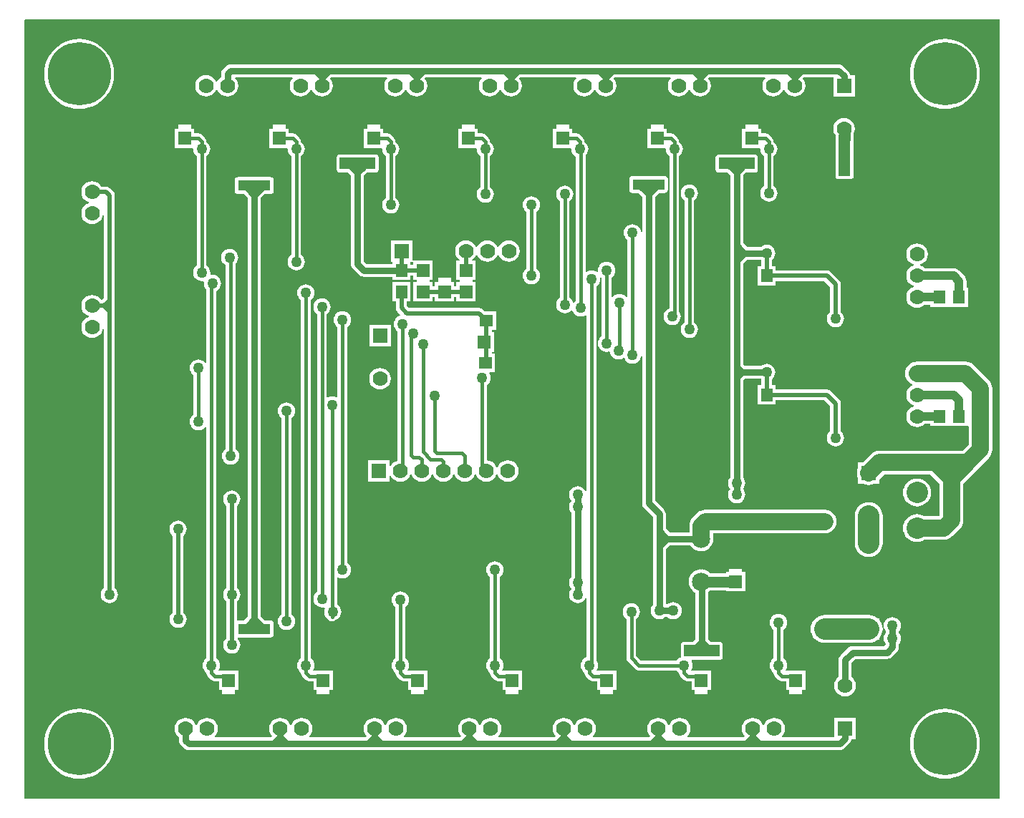
<source format=gbl>
%FSLAX23Y23*%
%MOIN*%
G70*
G01*
G75*
G04 Layer_Physical_Order=2*
G04 Layer_Color=16711680*
%ADD10R,0.060X0.056*%
%ADD11R,0.018X0.071*%
%ADD12R,0.071X0.018*%
%ADD13R,0.059X0.059*%
%ADD14R,0.063X0.026*%
%ADD15R,0.059X0.059*%
%ADD16R,0.039X0.118*%
%ADD17R,0.056X0.060*%
%ADD18R,0.081X0.024*%
%ADD19C,0.020*%
%ADD20C,0.015*%
%ADD21C,0.050*%
%ADD22C,0.040*%
%ADD23C,0.030*%
%ADD24R,0.055X0.165*%
%ADD25R,0.165X0.055*%
%ADD26R,0.150X0.050*%
%ADD27C,0.070*%
%ADD28R,0.070X0.070*%
%ADD29R,0.070X0.070*%
%ADD30C,0.100*%
%ADD31R,0.100X0.100*%
%ADD32C,0.295*%
%ADD33C,0.085*%
%ADD34C,0.050*%
%ADD35R,0.063X0.063*%
%ADD36C,0.100*%
%ADD37C,0.080*%
G36*
X12125Y5694D02*
X12121Y5690D01*
X7585Y5690D01*
X7585Y9316D01*
X7589Y9320D01*
X12125Y9320D01*
X12125Y5694D01*
D02*
G37*
%LPC*%
G36*
X8970Y8020D02*
X8960Y8019D01*
X8950Y8015D01*
X8942Y8008D01*
X8935Y8000D01*
X8931Y7990D01*
X8930Y7980D01*
X8931Y7970D01*
X8935Y7960D01*
X8942Y7951D01*
X8947Y7947D01*
Y6653D01*
X8941Y6649D01*
X8935Y6640D01*
X8931Y6630D01*
X8930Y6620D01*
X8931Y6610D01*
X8935Y6600D01*
X8941Y6591D01*
X8950Y6585D01*
X8960Y6581D01*
X8970Y6580D01*
X8980Y6581D01*
X8981Y6580D01*
X8984Y6577D01*
X8981Y6570D01*
X8980Y6560D01*
X8981Y6550D01*
X8985Y6540D01*
X8991Y6531D01*
X8998Y6527D01*
X8998Y6526D01*
X9000Y6523D01*
X9001Y6522D01*
X9001Y6521D01*
X9004Y6519D01*
X9006Y6517D01*
X9008Y6517D01*
X9009Y6516D01*
X9012Y6516D01*
X9015Y6515D01*
X9016Y6515D01*
X9017Y6515D01*
X9021Y6515D01*
X9024Y6515D01*
X9025Y6516D01*
X9026Y6516D01*
X9029Y6518D01*
X9032Y6520D01*
X9033Y6521D01*
X9034Y6521D01*
X9035Y6523D01*
X9040Y6525D01*
X9049Y6531D01*
X9055Y6540D01*
X9059Y6550D01*
X9060Y6560D01*
X9059Y6570D01*
X9055Y6580D01*
X9049Y6589D01*
X9040Y6595D01*
Y6718D01*
X9041Y6718D01*
X9045Y6720D01*
X9055Y6716D01*
X9065Y6715D01*
X9075Y6716D01*
X9085Y6720D01*
X9094Y6726D01*
X9100Y6735D01*
X9104Y6745D01*
X9105Y6755D01*
X9104Y6765D01*
X9100Y6775D01*
X9094Y6784D01*
X9088Y6788D01*
Y7887D01*
X9094Y7891D01*
X9100Y7900D01*
X9104Y7910D01*
X9105Y7920D01*
X9104Y7930D01*
X9100Y7940D01*
X9094Y7949D01*
X9085Y7955D01*
X9075Y7959D01*
X9065Y7960D01*
X9055Y7959D01*
X9045Y7955D01*
X9036Y7949D01*
X9030Y7940D01*
X9026Y7930D01*
X9025Y7920D01*
X9026Y7910D01*
X9030Y7900D01*
X9036Y7891D01*
X9042Y7887D01*
Y7560D01*
X9042Y7560D01*
X9037Y7558D01*
X9028Y7561D01*
X9017Y7563D01*
X9007Y7561D01*
X8998Y7558D01*
X8993Y7560D01*
X8993Y7560D01*
Y7947D01*
X8999Y7951D01*
X9005Y7960D01*
X9009Y7970D01*
X9010Y7980D01*
X9009Y7990D01*
X9005Y8000D01*
X8999Y8008D01*
X8990Y8015D01*
X8980Y8019D01*
X8970Y8020D01*
D02*
G37*
G36*
X10925Y6765D02*
X10865D01*
Y6745D01*
X10850D01*
Y6740D01*
X10777D01*
X10776Y6741D01*
X10764Y6750D01*
X10750Y6756D01*
X10735Y6758D01*
X10720Y6756D01*
X10706Y6750D01*
X10694Y6741D01*
X10685Y6729D01*
X10679Y6715D01*
X10677Y6700D01*
X10679Y6685D01*
X10685Y6671D01*
X10694Y6659D01*
X10706Y6650D01*
X10708Y6649D01*
Y6433D01*
X10696Y6420D01*
X10655D01*
X10649Y6419D01*
X10644Y6416D01*
X10641Y6411D01*
X10640Y6405D01*
Y6375D01*
X10640Y6375D01*
X10640Y6375D01*
Y6350D01*
X10640Y6347D01*
X10635Y6345D01*
X10626Y6339D01*
X10622Y6333D01*
X10455D01*
X10433Y6355D01*
Y6527D01*
X10439Y6531D01*
X10445Y6540D01*
X10449Y6550D01*
X10450Y6560D01*
X10449Y6570D01*
X10445Y6580D01*
X10439Y6589D01*
X10430Y6595D01*
X10420Y6599D01*
X10410Y6600D01*
X10400Y6599D01*
X10390Y6595D01*
X10381Y6589D01*
X10375Y6580D01*
X10371Y6570D01*
X10370Y6560D01*
X10371Y6550D01*
X10375Y6540D01*
X10381Y6531D01*
X10387Y6527D01*
Y6345D01*
X10389Y6336D01*
X10394Y6329D01*
X10429Y6294D01*
X10436Y6289D01*
X10445Y6287D01*
X10622D01*
X10626Y6281D01*
X10632Y6277D01*
Y6275D01*
X10634Y6266D01*
X10639Y6259D01*
X10654Y6244D01*
X10661Y6239D01*
X10670Y6237D01*
X10690D01*
Y6195D01*
X10705D01*
Y6175D01*
X10765D01*
Y6195D01*
X10780D01*
Y6285D01*
X10692D01*
X10689Y6289D01*
X10690Y6290D01*
X10694Y6300D01*
X10695Y6310D01*
X10694Y6320D01*
X10690Y6330D01*
X10691Y6333D01*
X10692Y6335D01*
X10738D01*
X10739Y6335D01*
X10739Y6335D01*
X10795D01*
X10795Y6335D01*
X10795Y6335D01*
X10820D01*
X10826Y6336D01*
X10831Y6339D01*
X10834Y6344D01*
X10835Y6350D01*
Y6375D01*
X10835Y6375D01*
X10835Y6375D01*
Y6405D01*
X10834Y6411D01*
X10831Y6416D01*
X10826Y6419D01*
X10820Y6420D01*
X10781D01*
X10769Y6433D01*
Y6654D01*
X10776Y6659D01*
X10777Y6660D01*
X10850D01*
Y6655D01*
X10940D01*
Y6745D01*
X10925D01*
Y6765D01*
D02*
G37*
G36*
X8805Y7535D02*
X8795Y7534D01*
X8785Y7530D01*
X8776Y7524D01*
X8770Y7515D01*
X8766Y7505D01*
X8765Y7495D01*
X8766Y7485D01*
X8770Y7475D01*
X8776Y7466D01*
X8782Y7462D01*
Y6548D01*
X8776Y6544D01*
X8770Y6535D01*
X8766Y6525D01*
X8765Y6515D01*
X8766Y6505D01*
X8770Y6495D01*
X8776Y6486D01*
X8785Y6480D01*
X8795Y6476D01*
X8805Y6475D01*
X8815Y6476D01*
X8825Y6480D01*
X8834Y6486D01*
X8840Y6495D01*
X8844Y6505D01*
X8845Y6515D01*
X8844Y6525D01*
X8840Y6535D01*
X8834Y6544D01*
X8828Y6548D01*
Y7462D01*
X8834Y7466D01*
X8840Y7475D01*
X8844Y7485D01*
X8845Y7495D01*
X8844Y7505D01*
X8840Y7515D01*
X8834Y7524D01*
X8825Y7530D01*
X8815Y7534D01*
X8805Y7535D01*
D02*
G37*
G36*
X8300Y6985D02*
X8290Y6984D01*
X8280Y6980D01*
X8271Y6974D01*
X8265Y6965D01*
X8261Y6955D01*
X8260Y6945D01*
X8261Y6935D01*
X8265Y6925D01*
X8271Y6916D01*
X8275Y6914D01*
Y6556D01*
X8271Y6554D01*
X8265Y6545D01*
X8261Y6535D01*
X8260Y6525D01*
X8261Y6515D01*
X8265Y6505D01*
X8271Y6496D01*
X8280Y6490D01*
X8290Y6486D01*
X8300Y6485D01*
X8310Y6486D01*
X8320Y6490D01*
X8329Y6496D01*
X8335Y6505D01*
X8339Y6515D01*
X8340Y6525D01*
X8339Y6535D01*
X8335Y6545D01*
X8329Y6554D01*
X8325Y6556D01*
Y6914D01*
X8329Y6916D01*
X8335Y6925D01*
X8339Y6935D01*
X8340Y6945D01*
X8339Y6955D01*
X8335Y6965D01*
X8329Y6974D01*
X8320Y6980D01*
X8310Y6984D01*
X8300Y6985D01*
D02*
G37*
G36*
X11515Y7070D02*
X11502Y7069D01*
X11490Y7065D01*
X11479Y7059D01*
X11469Y7051D01*
X11461Y7041D01*
X11455Y7030D01*
X11451Y7018D01*
X11450Y7005D01*
Y6880D01*
X11451Y6867D01*
X11455Y6855D01*
X11461Y6844D01*
X11469Y6834D01*
X11479Y6826D01*
X11490Y6820D01*
X11502Y6816D01*
X11515Y6815D01*
X11528Y6816D01*
X11540Y6820D01*
X11551Y6826D01*
X11561Y6834D01*
X11569Y6844D01*
X11575Y6855D01*
X11579Y6867D01*
X11580Y6880D01*
Y7005D01*
X11579Y7018D01*
X11575Y7030D01*
X11569Y7041D01*
X11561Y7051D01*
X11551Y7059D01*
X11540Y7065D01*
X11528Y7069D01*
X11515Y7070D01*
D02*
G37*
G36*
X8540Y8250D02*
X8530Y8249D01*
X8520Y8245D01*
X8511Y8239D01*
X8505Y8230D01*
X8501Y8220D01*
X8500Y8210D01*
X8501Y8200D01*
X8505Y8190D01*
X8511Y8181D01*
X8520Y8175D01*
X8522Y8174D01*
Y7318D01*
X8516Y7314D01*
X8510Y7305D01*
X8506Y7295D01*
X8505Y7285D01*
X8506Y7275D01*
X8510Y7265D01*
X8516Y7256D01*
X8525Y7250D01*
X8535Y7246D01*
X8545Y7245D01*
X8555Y7246D01*
X8565Y7250D01*
X8574Y7256D01*
X8580Y7265D01*
X8584Y7275D01*
X8585Y7285D01*
X8584Y7295D01*
X8580Y7305D01*
X8574Y7314D01*
X8568Y7318D01*
Y8181D01*
X8569Y8181D01*
X8575Y8190D01*
X8579Y8200D01*
X8580Y8210D01*
X8579Y8220D01*
X8575Y8230D01*
X8569Y8239D01*
X8560Y8245D01*
X8550Y8249D01*
X8540Y8250D01*
D02*
G37*
G36*
X11965Y7725D02*
X11740D01*
X11726Y7724D01*
X11712Y7718D01*
X11701Y7709D01*
X11692Y7698D01*
X11686Y7684D01*
X11685Y7670D01*
X11686Y7656D01*
X11692Y7642D01*
X11701Y7631D01*
X11712Y7622D01*
X11717Y7620D01*
Y7615D01*
X11715Y7614D01*
X11704Y7606D01*
X11696Y7595D01*
X11691Y7583D01*
X11690Y7570D01*
X11691Y7557D01*
X11696Y7545D01*
X11704Y7534D01*
X11715Y7526D01*
X11724Y7523D01*
Y7517D01*
X11715Y7514D01*
X11704Y7506D01*
X11696Y7495D01*
X11691Y7483D01*
X11690Y7470D01*
X11691Y7457D01*
X11696Y7445D01*
X11704Y7434D01*
X11715Y7426D01*
X11727Y7421D01*
X11740Y7420D01*
X11753Y7421D01*
X11765Y7426D01*
X11776Y7434D01*
X11776Y7435D01*
X11802D01*
Y7425D01*
X11888D01*
Y7425D01*
X11888Y7425D01*
X11892D01*
Y7425D01*
X11892Y7425D01*
X11978D01*
X11980Y7421D01*
Y7338D01*
X11952Y7310D01*
X11565D01*
X11565Y7310D01*
X11551Y7309D01*
X11541Y7305D01*
X11537Y7303D01*
X11526Y7294D01*
X11487Y7255D01*
X11465D01*
Y7228D01*
X11461Y7219D01*
X11460Y7205D01*
X11461Y7191D01*
X11465Y7182D01*
Y7155D01*
X11492D01*
X11501Y7151D01*
X11515Y7150D01*
X11529Y7151D01*
X11538Y7155D01*
X11565D01*
Y7177D01*
X11588Y7200D01*
X11802D01*
X11845Y7157D01*
Y7008D01*
X11842Y7005D01*
X11774D01*
X11765Y7010D01*
X11753Y7014D01*
X11740Y7015D01*
X11727Y7014D01*
X11715Y7010D01*
X11704Y7004D01*
X11694Y6996D01*
X11686Y6986D01*
X11680Y6975D01*
X11676Y6963D01*
X11675Y6950D01*
X11676Y6937D01*
X11680Y6925D01*
X11686Y6914D01*
X11694Y6904D01*
X11704Y6896D01*
X11715Y6890D01*
X11727Y6886D01*
X11740Y6885D01*
X11753Y6886D01*
X11765Y6890D01*
X11774Y6895D01*
X11865D01*
X11879Y6896D01*
X11893Y6902D01*
X11904Y6911D01*
X11939Y6946D01*
X11939Y6946D01*
X11948Y6957D01*
X11950Y6961D01*
X11954Y6971D01*
X11955Y6985D01*
X11955Y6985D01*
Y7157D01*
X12014Y7216D01*
X12074Y7276D01*
X12083Y7287D01*
X12089Y7301D01*
X12090Y7315D01*
Y7600D01*
X12089Y7614D01*
X12083Y7628D01*
X12074Y7639D01*
X12074Y7639D01*
X12004Y7709D01*
X11993Y7718D01*
X11979Y7724D01*
X11965Y7725D01*
D02*
G37*
G36*
X11740Y7180D02*
X11727Y7179D01*
X11715Y7175D01*
X11704Y7169D01*
X11694Y7161D01*
X11686Y7151D01*
X11680Y7140D01*
X11676Y7128D01*
X11675Y7115D01*
X11676Y7102D01*
X11680Y7090D01*
X11686Y7079D01*
X11694Y7069D01*
X11704Y7061D01*
X11715Y7055D01*
X11727Y7051D01*
X11740Y7050D01*
X11753Y7051D01*
X11765Y7055D01*
X11776Y7061D01*
X11786Y7069D01*
X11794Y7079D01*
X11800Y7090D01*
X11804Y7102D01*
X11805Y7115D01*
X11804Y7128D01*
X11800Y7140D01*
X11794Y7151D01*
X11786Y7161D01*
X11776Y7169D01*
X11765Y7175D01*
X11753Y7179D01*
X11740Y7180D01*
D02*
G37*
G36*
X9383Y8095D02*
X9297D01*
Y8005D01*
X9315D01*
Y7975D01*
X9316Y7965D01*
X9322Y7957D01*
X9335Y7944D01*
X9333Y7938D01*
X9325Y7935D01*
X9316Y7929D01*
X9310Y7920D01*
X9306Y7910D01*
X9305Y7900D01*
X9306Y7890D01*
X9310Y7880D01*
X9316Y7871D01*
X9322Y7867D01*
Y7264D01*
X9322Y7264D01*
X9310Y7259D01*
X9299Y7251D01*
X9291Y7240D01*
X9290Y7237D01*
X9285Y7238D01*
Y7265D01*
X9185D01*
Y7165D01*
X9285D01*
Y7192D01*
X9290Y7193D01*
X9291Y7190D01*
X9299Y7179D01*
X9310Y7171D01*
X9322Y7166D01*
X9335Y7165D01*
X9348Y7166D01*
X9360Y7171D01*
X9371Y7179D01*
X9379Y7190D01*
X9382Y7199D01*
X9388D01*
X9391Y7190D01*
X9399Y7179D01*
X9410Y7171D01*
X9422Y7166D01*
X9435Y7165D01*
X9448Y7166D01*
X9460Y7171D01*
X9471Y7179D01*
X9479Y7190D01*
X9482Y7199D01*
X9488D01*
X9491Y7190D01*
X9499Y7179D01*
X9510Y7171D01*
X9522Y7166D01*
X9535Y7165D01*
X9548Y7166D01*
X9560Y7171D01*
X9571Y7179D01*
X9579Y7190D01*
X9582Y7199D01*
X9588D01*
X9591Y7190D01*
X9599Y7179D01*
X9610Y7171D01*
X9622Y7166D01*
X9635Y7165D01*
X9648Y7166D01*
X9660Y7171D01*
X9671Y7179D01*
X9679Y7190D01*
X9682Y7199D01*
X9688D01*
X9691Y7190D01*
X9699Y7179D01*
X9710Y7171D01*
X9722Y7166D01*
X9735Y7165D01*
X9748Y7166D01*
X9760Y7171D01*
X9771Y7179D01*
X9779Y7190D01*
X9782Y7199D01*
X9788D01*
X9791Y7190D01*
X9799Y7179D01*
X9810Y7171D01*
X9822Y7166D01*
X9835Y7165D01*
X9848Y7166D01*
X9860Y7171D01*
X9871Y7179D01*
X9879Y7190D01*
X9884Y7202D01*
X9885Y7215D01*
X9884Y7228D01*
X9879Y7240D01*
X9871Y7251D01*
X9860Y7259D01*
X9848Y7264D01*
X9835Y7265D01*
X9822Y7264D01*
X9810Y7259D01*
X9799Y7251D01*
X9791Y7240D01*
X9788Y7231D01*
X9782D01*
X9779Y7240D01*
X9771Y7251D01*
X9760Y7259D01*
X9748Y7264D01*
X9738Y7265D01*
Y7617D01*
X9744Y7621D01*
X9750Y7630D01*
X9754Y7640D01*
X9755Y7650D01*
X9754Y7660D01*
X9750Y7670D01*
X9748Y7673D01*
X9750Y7677D01*
X9775D01*
Y7763D01*
X9760D01*
Y7769D01*
X9771D01*
Y7861D01*
X9760D01*
Y7872D01*
X9780D01*
Y7958D01*
X9728D01*
X9718Y7968D01*
X9710Y7974D01*
X9700Y7975D01*
X9376D01*
X9365Y7986D01*
Y8005D01*
X9383D01*
Y8095D01*
D02*
G37*
G36*
X11075Y6065D02*
X11062Y6064D01*
X11050Y6059D01*
X11039Y6051D01*
X11031Y6040D01*
X11028Y6031D01*
X11022D01*
X11019Y6040D01*
X11011Y6051D01*
X11000Y6059D01*
X10988Y6064D01*
X10975Y6065D01*
X10962Y6064D01*
X10950Y6059D01*
X10939Y6051D01*
X10931Y6040D01*
X10926Y6028D01*
X10925Y6015D01*
X10926Y6002D01*
X10931Y5990D01*
X10938Y5981D01*
X10932Y5975D01*
X10673D01*
X10671Y5980D01*
X10679Y5990D01*
X10684Y6002D01*
X10685Y6015D01*
X10684Y6028D01*
X10679Y6040D01*
X10671Y6051D01*
X10660Y6059D01*
X10648Y6064D01*
X10635Y6065D01*
X10622Y6064D01*
X10610Y6059D01*
X10599Y6051D01*
X10591Y6040D01*
X10588Y6031D01*
X10582D01*
X10579Y6040D01*
X10571Y6051D01*
X10560Y6059D01*
X10548Y6064D01*
X10535Y6065D01*
X10522Y6064D01*
X10510Y6059D01*
X10499Y6051D01*
X10491Y6040D01*
X10486Y6028D01*
X10485Y6015D01*
X10486Y6002D01*
X10491Y5990D01*
X10498Y5981D01*
X10492Y5975D01*
X10233D01*
X10231Y5980D01*
X10239Y5990D01*
X10244Y6002D01*
X10245Y6015D01*
X10244Y6028D01*
X10239Y6040D01*
X10231Y6051D01*
X10220Y6059D01*
X10208Y6064D01*
X10195Y6065D01*
X10182Y6064D01*
X10170Y6059D01*
X10159Y6051D01*
X10151Y6040D01*
X10148Y6031D01*
X10142D01*
X10139Y6040D01*
X10131Y6051D01*
X10120Y6059D01*
X10108Y6064D01*
X10095Y6065D01*
X10082Y6064D01*
X10070Y6059D01*
X10059Y6051D01*
X10051Y6040D01*
X10046Y6028D01*
X10045Y6015D01*
X10046Y6002D01*
X10051Y5990D01*
X10058Y5981D01*
X10052Y5975D01*
X9793D01*
X9791Y5980D01*
X9799Y5990D01*
X9804Y6002D01*
X9805Y6015D01*
X9804Y6028D01*
X9799Y6040D01*
X9791Y6051D01*
X9780Y6059D01*
X9768Y6064D01*
X9755Y6065D01*
X9742Y6064D01*
X9730Y6059D01*
X9719Y6051D01*
X9711Y6040D01*
X9708Y6031D01*
X9702D01*
X9699Y6040D01*
X9691Y6051D01*
X9680Y6059D01*
X9668Y6064D01*
X9655Y6065D01*
X9642Y6064D01*
X9630Y6059D01*
X9619Y6051D01*
X9611Y6040D01*
X9606Y6028D01*
X9605Y6015D01*
X9606Y6002D01*
X9611Y5990D01*
X9618Y5981D01*
X9612Y5975D01*
X9353D01*
X9351Y5980D01*
X9359Y5990D01*
X9364Y6002D01*
X9365Y6015D01*
X9364Y6028D01*
X9359Y6040D01*
X9351Y6051D01*
X9340Y6059D01*
X9328Y6064D01*
X9315Y6065D01*
X9302Y6064D01*
X9290Y6059D01*
X9279Y6051D01*
X9271Y6040D01*
X9268Y6031D01*
X9262D01*
X9259Y6040D01*
X9251Y6051D01*
X9240Y6059D01*
X9228Y6064D01*
X9215Y6065D01*
X9202Y6064D01*
X9190Y6059D01*
X9179Y6051D01*
X9171Y6040D01*
X9166Y6028D01*
X9165Y6015D01*
X9166Y6002D01*
X9171Y5990D01*
X9178Y5981D01*
X9172Y5975D01*
X8913D01*
X8911Y5980D01*
X8919Y5990D01*
X8924Y6002D01*
X8925Y6015D01*
X8924Y6028D01*
X8919Y6040D01*
X8911Y6051D01*
X8900Y6059D01*
X8888Y6064D01*
X8875Y6065D01*
X8862Y6064D01*
X8850Y6059D01*
X8839Y6051D01*
X8831Y6040D01*
X8828Y6031D01*
X8822D01*
X8819Y6040D01*
X8811Y6051D01*
X8800Y6059D01*
X8788Y6064D01*
X8775Y6065D01*
X8762Y6064D01*
X8750Y6059D01*
X8739Y6051D01*
X8731Y6040D01*
X8726Y6028D01*
X8725Y6015D01*
X8726Y6002D01*
X8731Y5990D01*
X8738Y5981D01*
X8732Y5975D01*
X8473D01*
X8471Y5980D01*
X8479Y5990D01*
X8484Y6002D01*
X8485Y6015D01*
X8484Y6028D01*
X8479Y6040D01*
X8471Y6051D01*
X8460Y6059D01*
X8448Y6064D01*
X8435Y6065D01*
X8422Y6064D01*
X8410Y6059D01*
X8399Y6051D01*
X8391Y6040D01*
X8388Y6031D01*
X8382D01*
X8379Y6040D01*
X8371Y6051D01*
X8360Y6059D01*
X8348Y6064D01*
X8335Y6065D01*
X8322Y6064D01*
X8310Y6059D01*
X8299Y6051D01*
X8291Y6040D01*
X8286Y6028D01*
X8285Y6015D01*
X8286Y6002D01*
X8291Y5990D01*
X8299Y5979D01*
X8305Y5975D01*
Y5960D01*
X8306Y5952D01*
X8308Y5947D01*
X8309Y5945D01*
X8314Y5939D01*
X8329Y5924D01*
X8335Y5919D01*
X8337Y5918D01*
X8342Y5916D01*
X8350Y5915D01*
X11380D01*
X11388Y5916D01*
X11393Y5918D01*
X11395Y5919D01*
X11401Y5924D01*
X11426Y5949D01*
X11426Y5949D01*
X11429Y5952D01*
X11431Y5955D01*
X11434Y5962D01*
X11435Y5965D01*
X11455D01*
Y6065D01*
X11355D01*
Y5975D01*
X11113D01*
X11111Y5980D01*
X11119Y5990D01*
X11124Y6002D01*
X11125Y6015D01*
X11124Y6028D01*
X11119Y6040D01*
X11111Y6051D01*
X11100Y6059D01*
X11088Y6064D01*
X11075Y6065D01*
D02*
G37*
G36*
X8895Y8085D02*
X8885Y8084D01*
X8875Y8080D01*
X8866Y8074D01*
X8860Y8065D01*
X8856Y8055D01*
X8855Y8045D01*
X8856Y8035D01*
X8860Y8025D01*
X8866Y8016D01*
X8872Y8012D01*
Y6645D01*
Y6343D01*
X8866Y6339D01*
X8860Y6330D01*
X8856Y6320D01*
X8855Y6310D01*
X8856Y6300D01*
X8860Y6290D01*
X8866Y6281D01*
X8872Y6277D01*
Y6275D01*
X8874Y6266D01*
X8879Y6259D01*
X8894Y6244D01*
X8901Y6239D01*
X8910Y6237D01*
X8930D01*
Y6195D01*
X8945D01*
Y6175D01*
X9005D01*
Y6195D01*
X9020D01*
Y6285D01*
X8932D01*
X8929Y6289D01*
X8930Y6290D01*
X8934Y6300D01*
X8935Y6310D01*
X8934Y6320D01*
X8930Y6330D01*
X8924Y6339D01*
X8918Y6343D01*
Y6645D01*
Y8012D01*
X8924Y8016D01*
X8930Y8025D01*
X8934Y8035D01*
X8935Y8045D01*
X8934Y8055D01*
X8930Y8065D01*
X8924Y8074D01*
X8915Y8080D01*
X8905Y8084D01*
X8895Y8085D01*
D02*
G37*
G36*
X7840Y6108D02*
X7819Y6107D01*
X7798Y6102D01*
X7778Y6096D01*
X7759Y6086D01*
X7741Y6074D01*
X7725Y6060D01*
X7711Y6044D01*
X7699Y6026D01*
X7689Y6007D01*
X7683Y5987D01*
X7678Y5966D01*
X7677Y5945D01*
X7678Y5924D01*
X7683Y5903D01*
X7689Y5883D01*
X7699Y5864D01*
X7711Y5846D01*
X7725Y5830D01*
X7741Y5816D01*
X7759Y5804D01*
X7778Y5794D01*
X7798Y5788D01*
X7819Y5783D01*
X7840Y5782D01*
X7861Y5783D01*
X7882Y5788D01*
X7902Y5794D01*
X7921Y5804D01*
X7939Y5816D01*
X7955Y5830D01*
X7969Y5846D01*
X7981Y5864D01*
X7991Y5883D01*
X7997Y5903D01*
X8002Y5924D01*
X8003Y5945D01*
X8002Y5966D01*
X7997Y5987D01*
X7991Y6007D01*
X7981Y6026D01*
X7969Y6044D01*
X7955Y6060D01*
X7939Y6074D01*
X7921Y6086D01*
X7902Y6096D01*
X7882Y6102D01*
X7861Y6107D01*
X7840Y6108D01*
D02*
G37*
G36*
X11870D02*
X11849Y6107D01*
X11828Y6102D01*
X11808Y6096D01*
X11789Y6086D01*
X11771Y6074D01*
X11755Y6060D01*
X11741Y6044D01*
X11729Y6026D01*
X11719Y6007D01*
X11713Y5987D01*
X11708Y5966D01*
X11707Y5945D01*
X11708Y5924D01*
X11713Y5903D01*
X11719Y5883D01*
X11729Y5864D01*
X11741Y5846D01*
X11755Y5830D01*
X11771Y5816D01*
X11789Y5804D01*
X11808Y5794D01*
X11828Y5788D01*
X11849Y5783D01*
X11870Y5782D01*
X11891Y5783D01*
X11912Y5788D01*
X11932Y5794D01*
X11951Y5804D01*
X11969Y5816D01*
X11985Y5830D01*
X11999Y5846D01*
X12011Y5864D01*
X12021Y5883D01*
X12027Y5903D01*
X12032Y5924D01*
X12033Y5945D01*
X12032Y5966D01*
X12027Y5987D01*
X12021Y6007D01*
X12011Y6026D01*
X11999Y6044D01*
X11985Y6060D01*
X11969Y6074D01*
X11951Y6086D01*
X11932Y6096D01*
X11912Y6102D01*
X11891Y6107D01*
X11870Y6108D01*
D02*
G37*
G36*
X9335Y6655D02*
X9325Y6654D01*
X9315Y6650D01*
X9306Y6644D01*
X9300Y6635D01*
X9296Y6625D01*
X9295Y6615D01*
X9296Y6605D01*
X9300Y6595D01*
X9306Y6586D01*
X9312Y6582D01*
Y6570D01*
Y6343D01*
X9306Y6339D01*
X9300Y6330D01*
X9296Y6320D01*
X9295Y6310D01*
X9296Y6300D01*
X9300Y6290D01*
X9306Y6281D01*
X9312Y6277D01*
Y6275D01*
X9314Y6266D01*
X9319Y6259D01*
X9334Y6244D01*
X9341Y6239D01*
X9350Y6237D01*
X9370D01*
Y6195D01*
X9385D01*
Y6175D01*
X9445D01*
Y6195D01*
X9460D01*
Y6285D01*
X9372D01*
X9369Y6289D01*
X9370Y6290D01*
X9374Y6300D01*
X9375Y6310D01*
X9374Y6320D01*
X9370Y6330D01*
X9364Y6339D01*
X9358Y6343D01*
Y6582D01*
X9364Y6586D01*
X9370Y6595D01*
X9374Y6605D01*
X9375Y6615D01*
X9374Y6625D01*
X9370Y6635D01*
X9364Y6644D01*
X9355Y6650D01*
X9345Y6654D01*
X9335Y6655D01*
D02*
G37*
G36*
X11625Y6535D02*
X11615Y6534D01*
X11605Y6530D01*
X11596Y6524D01*
X11590Y6515D01*
X11586Y6505D01*
X11585Y6495D01*
X11586Y6485D01*
X11590Y6475D01*
X11595Y6469D01*
Y6461D01*
X11590Y6455D01*
X11586Y6445D01*
X11585Y6435D01*
X11586Y6425D01*
X11590Y6415D01*
X11595Y6409D01*
Y6408D01*
X11587Y6400D01*
X11440D01*
X11440Y6400D01*
X11433Y6399D01*
X11432Y6399D01*
X11429Y6398D01*
X11425Y6396D01*
X11419Y6391D01*
X11384Y6356D01*
X11379Y6350D01*
X11378Y6348D01*
X11376Y6343D01*
X11375Y6335D01*
Y6255D01*
X11369Y6251D01*
X11361Y6240D01*
X11356Y6228D01*
X11355Y6215D01*
X11356Y6202D01*
X11361Y6190D01*
X11369Y6179D01*
X11380Y6171D01*
X11392Y6166D01*
X11405Y6165D01*
X11418Y6166D01*
X11430Y6171D01*
X11441Y6179D01*
X11449Y6190D01*
X11454Y6202D01*
X11455Y6215D01*
X11454Y6228D01*
X11449Y6240D01*
X11441Y6251D01*
X11435Y6255D01*
Y6322D01*
X11453Y6340D01*
X11600D01*
X11608Y6341D01*
X11613Y6343D01*
X11615Y6344D01*
X11621Y6349D01*
X11646Y6374D01*
X11646Y6374D01*
X11649Y6377D01*
X11651Y6380D01*
X11654Y6387D01*
X11655Y6395D01*
Y6409D01*
X11660Y6415D01*
X11664Y6425D01*
X11665Y6435D01*
X11664Y6445D01*
X11660Y6455D01*
X11655Y6461D01*
Y6469D01*
X11660Y6475D01*
X11664Y6485D01*
X11665Y6495D01*
X11664Y6505D01*
X11660Y6515D01*
X11654Y6524D01*
X11645Y6530D01*
X11635Y6534D01*
X11625Y6535D01*
D02*
G37*
G36*
X11515Y6545D02*
X11310D01*
X11297Y6544D01*
X11285Y6540D01*
X11274Y6534D01*
X11264Y6526D01*
X11256Y6516D01*
X11250Y6505D01*
X11246Y6493D01*
X11245Y6480D01*
X11246Y6467D01*
X11250Y6455D01*
X11256Y6444D01*
X11264Y6434D01*
X11274Y6426D01*
X11285Y6420D01*
X11297Y6416D01*
X11310Y6415D01*
X11515D01*
X11528Y6416D01*
X11540Y6420D01*
X11551Y6426D01*
X11557Y6430D01*
X11565D01*
Y6438D01*
X11569Y6444D01*
X11575Y6455D01*
X11579Y6467D01*
X11580Y6480D01*
X11579Y6493D01*
X11575Y6505D01*
X11569Y6516D01*
X11565Y6522D01*
Y6530D01*
X11557D01*
X11551Y6534D01*
X11540Y6540D01*
X11528Y6544D01*
X11515Y6545D01*
D02*
G37*
G36*
X9775Y6795D02*
X9765Y6794D01*
X9755Y6790D01*
X9746Y6784D01*
X9740Y6775D01*
X9736Y6765D01*
X9735Y6755D01*
X9736Y6745D01*
X9740Y6735D01*
X9746Y6726D01*
X9752Y6722D01*
Y6605D01*
Y6343D01*
X9746Y6339D01*
X9740Y6330D01*
X9736Y6320D01*
X9735Y6310D01*
X9736Y6300D01*
X9740Y6290D01*
X9746Y6281D01*
X9752Y6277D01*
Y6275D01*
X9754Y6266D01*
X9759Y6259D01*
X9774Y6244D01*
X9781Y6239D01*
X9790Y6237D01*
X9810D01*
Y6195D01*
X9825D01*
Y6175D01*
X9885D01*
Y6195D01*
X9900D01*
Y6285D01*
X9812D01*
X9809Y6289D01*
X9810Y6290D01*
X9814Y6300D01*
X9815Y6310D01*
X9814Y6320D01*
X9810Y6330D01*
X9804Y6339D01*
X9798Y6343D01*
Y6605D01*
Y6722D01*
X9804Y6726D01*
X9810Y6735D01*
X9814Y6745D01*
X9815Y6755D01*
X9814Y6765D01*
X9810Y6775D01*
X9804Y6784D01*
X9795Y6790D01*
X9785Y6794D01*
X9775Y6795D01*
D02*
G37*
G36*
X11095Y6550D02*
X11085Y6549D01*
X11075Y6545D01*
X11066Y6539D01*
X11060Y6530D01*
X11056Y6520D01*
X11055Y6510D01*
X11056Y6500D01*
X11060Y6490D01*
X11066Y6481D01*
X11072Y6477D01*
Y6343D01*
X11066Y6339D01*
X11060Y6330D01*
X11056Y6320D01*
X11055Y6310D01*
X11056Y6300D01*
X11060Y6290D01*
X11066Y6281D01*
X11072Y6277D01*
Y6275D01*
X11074Y6266D01*
X11079Y6259D01*
X11094Y6244D01*
X11101Y6239D01*
X11110Y6237D01*
X11130D01*
Y6195D01*
X11145D01*
Y6175D01*
X11205D01*
Y6195D01*
X11220D01*
Y6285D01*
X11132D01*
X11129Y6289D01*
X11130Y6290D01*
X11134Y6300D01*
X11135Y6310D01*
X11134Y6320D01*
X11130Y6330D01*
X11124Y6339D01*
X11118Y6343D01*
Y6477D01*
X11124Y6481D01*
X11130Y6490D01*
X11134Y6500D01*
X11135Y6510D01*
X11134Y6520D01*
X11130Y6530D01*
X11124Y6539D01*
X11115Y6545D01*
X11105Y6549D01*
X11095Y6550D01*
D02*
G37*
G36*
X9240Y7695D02*
X9227Y7694D01*
X9215Y7689D01*
X9204Y7681D01*
X9196Y7670D01*
X9191Y7658D01*
X9190Y7645D01*
X9191Y7632D01*
X9196Y7620D01*
X9204Y7609D01*
X9215Y7601D01*
X9227Y7596D01*
X9240Y7595D01*
X9253Y7596D01*
X9265Y7601D01*
X9276Y7609D01*
X9284Y7620D01*
X9289Y7632D01*
X9290Y7645D01*
X9289Y7658D01*
X9284Y7670D01*
X9276Y7681D01*
X9265Y7689D01*
X9253Y7694D01*
X9240Y7695D01*
D02*
G37*
G36*
X11400Y8860D02*
X11387Y8859D01*
X11375Y8854D01*
X11364Y8846D01*
X11356Y8835D01*
X11351Y8823D01*
X11350Y8810D01*
X11351Y8797D01*
X11356Y8785D01*
X11360Y8781D01*
X11360Y8780D01*
Y8745D01*
X11360Y8744D01*
Y8730D01*
X11360Y8730D01*
X11360Y8730D01*
Y8672D01*
X11360Y8671D01*
X11360Y8671D01*
Y8615D01*
X11360Y8615D01*
X11360Y8615D01*
Y8590D01*
X11361Y8584D01*
X11364Y8579D01*
X11369Y8576D01*
X11375Y8575D01*
X11400D01*
X11400Y8575D01*
X11400Y8575D01*
X11430D01*
X11436Y8576D01*
X11441Y8579D01*
X11444Y8584D01*
X11445Y8590D01*
Y8754D01*
X11445Y8755D01*
Y8789D01*
X11449Y8797D01*
X11450Y8810D01*
X11449Y8823D01*
X11444Y8835D01*
X11436Y8846D01*
X11425Y8854D01*
X11413Y8859D01*
X11400Y8860D01*
D02*
G37*
G36*
X8705Y8585D02*
X8705Y8585D01*
X8655D01*
X8655Y8585D01*
X8655Y8585D01*
X8605D01*
X8605Y8585D01*
X8605Y8585D01*
X8580D01*
X8574Y8584D01*
X8569Y8581D01*
X8566Y8576D01*
X8565Y8570D01*
Y8545D01*
X8565Y8545D01*
X8565Y8545D01*
Y8520D01*
X8566Y8514D01*
X8569Y8509D01*
X8574Y8506D01*
X8580Y8505D01*
X8605D01*
X8605Y8505D01*
X8605Y8505D01*
X8608D01*
X8625Y8487D01*
Y6538D01*
X8608Y6520D01*
X8605D01*
X8605Y6520D01*
X8605Y6520D01*
X8580D01*
X8579Y6520D01*
X8575Y6523D01*
Y6609D01*
X8579Y6611D01*
X8585Y6620D01*
X8589Y6630D01*
X8590Y6640D01*
X8589Y6650D01*
X8585Y6660D01*
X8579Y6669D01*
X8575Y6671D01*
Y7054D01*
X8579Y7056D01*
X8585Y7065D01*
X8589Y7075D01*
X8590Y7085D01*
X8589Y7095D01*
X8585Y7105D01*
X8579Y7114D01*
X8570Y7120D01*
X8560Y7124D01*
X8550Y7125D01*
X8540Y7124D01*
X8530Y7120D01*
X8521Y7114D01*
X8515Y7105D01*
X8511Y7095D01*
X8510Y7085D01*
X8511Y7075D01*
X8515Y7065D01*
X8521Y7056D01*
X8525Y7054D01*
Y6671D01*
X8521Y6669D01*
X8515Y6660D01*
X8511Y6650D01*
X8510Y6640D01*
X8511Y6630D01*
X8515Y6620D01*
X8521Y6611D01*
X8525Y6609D01*
Y6436D01*
X8521Y6434D01*
X8515Y6425D01*
X8511Y6415D01*
X8510Y6405D01*
X8511Y6395D01*
X8515Y6385D01*
X8521Y6376D01*
X8530Y6370D01*
X8540Y6366D01*
X8550Y6365D01*
X8560Y6366D01*
X8570Y6370D01*
X8579Y6376D01*
X8585Y6385D01*
X8589Y6395D01*
X8590Y6405D01*
X8589Y6415D01*
X8585Y6425D01*
X8579Y6434D01*
X8579Y6439D01*
X8580Y6440D01*
X8580Y6440D01*
X8605D01*
X8605Y6440D01*
X8605Y6440D01*
X8655D01*
X8655Y6440D01*
X8655Y6440D01*
X8705D01*
X8705Y6440D01*
X8705Y6440D01*
X8730D01*
X8736Y6441D01*
X8741Y6444D01*
X8744Y6449D01*
X8745Y6455D01*
Y6480D01*
X8745Y6480D01*
X8745Y6480D01*
Y6505D01*
X8744Y6511D01*
X8741Y6516D01*
X8736Y6519D01*
X8730Y6520D01*
X8705D01*
X8705Y6520D01*
X8705Y6520D01*
X8702D01*
X8685Y6538D01*
Y8487D01*
X8702Y8505D01*
X8705D01*
X8705Y8505D01*
X8705Y8505D01*
X8730D01*
X8736Y8506D01*
X8741Y8509D01*
X8744Y8514D01*
X8745Y8520D01*
Y8545D01*
X8745Y8545D01*
X8745Y8545D01*
Y8570D01*
X8744Y8576D01*
X8741Y8581D01*
X8736Y8584D01*
X8730Y8585D01*
X8705D01*
X8705Y8585D01*
D02*
G37*
G36*
X9680Y8830D02*
X9620D01*
Y8810D01*
X9605D01*
Y8720D01*
X9687D01*
X9690Y8717D01*
X9690Y8715D01*
X9691Y8705D01*
X9695Y8695D01*
X9701Y8686D01*
X9707Y8682D01*
Y8538D01*
X9701Y8534D01*
X9695Y8525D01*
X9691Y8515D01*
X9690Y8505D01*
X9691Y8495D01*
X9695Y8485D01*
X9701Y8476D01*
X9710Y8470D01*
X9720Y8466D01*
X9730Y8465D01*
X9740Y8466D01*
X9750Y8470D01*
X9759Y8476D01*
X9765Y8485D01*
X9769Y8495D01*
X9770Y8505D01*
X9769Y8515D01*
X9765Y8525D01*
X9759Y8534D01*
X9753Y8538D01*
Y8682D01*
X9759Y8686D01*
X9765Y8695D01*
X9769Y8705D01*
X9770Y8715D01*
X9769Y8725D01*
X9765Y8735D01*
X9759Y8744D01*
X9753Y8748D01*
Y8750D01*
X9751Y8759D01*
X9746Y8766D01*
X9731Y8781D01*
X9724Y8786D01*
X9715Y8788D01*
X9695D01*
Y8810D01*
X9680D01*
Y8830D01*
D02*
G37*
G36*
X11000D02*
X10940D01*
Y8810D01*
X10925D01*
Y8720D01*
X11007D01*
X11010Y8717D01*
X11010Y8715D01*
X11011Y8705D01*
X11015Y8695D01*
X11021Y8686D01*
X11027Y8682D01*
Y8543D01*
X11021Y8539D01*
X11015Y8530D01*
X11011Y8520D01*
X11010Y8510D01*
X11011Y8500D01*
X11015Y8490D01*
X11021Y8481D01*
X11030Y8475D01*
X11040Y8471D01*
X11050Y8470D01*
X11060Y8471D01*
X11070Y8475D01*
X11079Y8481D01*
X11085Y8490D01*
X11089Y8500D01*
X11090Y8510D01*
X11089Y8520D01*
X11085Y8530D01*
X11079Y8539D01*
X11073Y8543D01*
Y8682D01*
X11079Y8686D01*
X11085Y8695D01*
X11089Y8705D01*
X11090Y8715D01*
X11089Y8725D01*
X11085Y8735D01*
X11079Y8744D01*
X11073Y8748D01*
Y8750D01*
X11071Y8759D01*
X11066Y8766D01*
X11051Y8781D01*
X11044Y8786D01*
X11035Y8788D01*
X11015D01*
Y8810D01*
X11000D01*
Y8830D01*
D02*
G37*
G36*
X9194Y8690D02*
X9193Y8690D01*
X9135D01*
X9135Y8690D01*
X9135Y8690D01*
X9079D01*
X9079Y8690D01*
X9078Y8690D01*
X9054D01*
X9048Y8689D01*
X9043Y8686D01*
X9040Y8681D01*
X9038Y8675D01*
Y8650D01*
X9038Y8650D01*
X9038Y8650D01*
Y8620D01*
X9040Y8614D01*
X9043Y8609D01*
X9048Y8606D01*
X9054Y8605D01*
X9093D01*
X9105Y8592D01*
Y8180D01*
X9106Y8172D01*
X9108Y8167D01*
X9109Y8165D01*
X9114Y8159D01*
X9144Y8129D01*
X9150Y8124D01*
X9152Y8123D01*
X9157Y8121D01*
X9165Y8120D01*
X9297D01*
Y8105D01*
X9383D01*
Y8125D01*
X9395D01*
Y8105D01*
X9410D01*
Y8095D01*
X9395D01*
Y8005D01*
X9485D01*
Y8025D01*
X9495D01*
Y8005D01*
X9585D01*
Y8025D01*
X9595D01*
Y8005D01*
X9685D01*
Y8095D01*
X9670D01*
Y8105D01*
X9685D01*
Y8195D01*
X9671D01*
X9669Y8200D01*
X9676Y8204D01*
X9684Y8215D01*
X9687Y8224D01*
X9693D01*
X9696Y8215D01*
X9704Y8204D01*
X9715Y8196D01*
X9727Y8191D01*
X9740Y8190D01*
X9753Y8191D01*
X9765Y8196D01*
X9776Y8204D01*
X9784Y8215D01*
X9787Y8224D01*
X9793D01*
X9796Y8215D01*
X9804Y8204D01*
X9815Y8196D01*
X9827Y8191D01*
X9840Y8190D01*
X9853Y8191D01*
X9865Y8196D01*
X9876Y8204D01*
X9884Y8215D01*
X9889Y8227D01*
X9890Y8240D01*
X9889Y8253D01*
X9884Y8265D01*
X9876Y8276D01*
X9865Y8284D01*
X9853Y8289D01*
X9840Y8290D01*
X9827Y8289D01*
X9815Y8284D01*
X9804Y8276D01*
X9796Y8265D01*
X9793Y8256D01*
X9787D01*
X9784Y8265D01*
X9776Y8276D01*
X9765Y8284D01*
X9753Y8289D01*
X9740Y8290D01*
X9727Y8289D01*
X9715Y8284D01*
X9704Y8276D01*
X9696Y8265D01*
X9693Y8256D01*
X9687D01*
X9684Y8265D01*
X9676Y8276D01*
X9665Y8284D01*
X9653Y8289D01*
X9640Y8290D01*
X9627Y8289D01*
X9615Y8284D01*
X9604Y8276D01*
X9596Y8265D01*
X9591Y8253D01*
X9590Y8240D01*
X9591Y8227D01*
X9596Y8215D01*
X9604Y8204D01*
X9611Y8200D01*
X9609Y8195D01*
X9595D01*
Y8105D01*
X9610D01*
Y8095D01*
X9595D01*
Y8075D01*
X9585D01*
Y8095D01*
X9570D01*
Y8115D01*
X9510D01*
Y8095D01*
X9495D01*
Y8075D01*
X9485D01*
Y8095D01*
X9470D01*
Y8105D01*
X9485D01*
Y8195D01*
X9395D01*
Y8175D01*
X9383D01*
Y8190D01*
X9390D01*
Y8290D01*
X9290D01*
Y8190D01*
X9297D01*
Y8180D01*
X9178D01*
X9165Y8193D01*
Y8592D01*
X9177Y8605D01*
X9219D01*
X9225Y8606D01*
X9230Y8609D01*
X9233Y8614D01*
X9234Y8620D01*
Y8650D01*
X9234Y8650D01*
X9234Y8650D01*
Y8675D01*
X9233Y8681D01*
X9230Y8686D01*
X9225Y8689D01*
X9219Y8690D01*
X9194D01*
X9194Y8690D01*
D02*
G37*
G36*
X11870Y9228D02*
X11849Y9227D01*
X11828Y9222D01*
X11808Y9216D01*
X11789Y9206D01*
X11771Y9194D01*
X11755Y9180D01*
X11741Y9164D01*
X11729Y9146D01*
X11719Y9127D01*
X11713Y9107D01*
X11708Y9086D01*
X11707Y9065D01*
X11708Y9044D01*
X11713Y9023D01*
X11719Y9003D01*
X11729Y8984D01*
X11741Y8966D01*
X11755Y8950D01*
X11771Y8936D01*
X11789Y8924D01*
X11808Y8914D01*
X11828Y8908D01*
X11849Y8903D01*
X11870Y8902D01*
X11891Y8903D01*
X11912Y8908D01*
X11932Y8914D01*
X11951Y8924D01*
X11969Y8936D01*
X11985Y8950D01*
X11999Y8966D01*
X12011Y8984D01*
X12021Y9003D01*
X12027Y9023D01*
X12032Y9044D01*
X12033Y9065D01*
X12032Y9086D01*
X12027Y9107D01*
X12021Y9127D01*
X12011Y9146D01*
X11999Y9164D01*
X11985Y9180D01*
X11969Y9194D01*
X11951Y9206D01*
X11932Y9216D01*
X11912Y9222D01*
X11891Y9227D01*
X11870Y9228D01*
D02*
G37*
G36*
X11375Y9110D02*
X8545D01*
X8537Y9109D01*
X8532Y9107D01*
X8530Y9106D01*
X8524Y9101D01*
X8509Y9086D01*
X8504Y9080D01*
X8503Y9078D01*
X8501Y9073D01*
X8500Y9065D01*
Y9050D01*
X8494Y9046D01*
X8486Y9035D01*
X8483Y9026D01*
X8477D01*
X8474Y9035D01*
X8466Y9046D01*
X8455Y9054D01*
X8443Y9059D01*
X8430Y9060D01*
X8417Y9059D01*
X8405Y9054D01*
X8394Y9046D01*
X8386Y9035D01*
X8381Y9023D01*
X8380Y9010D01*
X8381Y8997D01*
X8386Y8985D01*
X8394Y8974D01*
X8405Y8966D01*
X8417Y8961D01*
X8430Y8960D01*
X8443Y8961D01*
X8455Y8966D01*
X8466Y8974D01*
X8474Y8985D01*
X8477Y8994D01*
X8483D01*
X8486Y8985D01*
X8494Y8974D01*
X8505Y8966D01*
X8517Y8961D01*
X8530Y8960D01*
X8543Y8961D01*
X8555Y8966D01*
X8566Y8974D01*
X8574Y8985D01*
X8579Y8997D01*
X8580Y9010D01*
X8579Y9023D01*
X8574Y9035D01*
X8566Y9045D01*
X8568Y9050D01*
X8832D01*
X8834Y9045D01*
X8826Y9035D01*
X8821Y9023D01*
X8820Y9010D01*
X8821Y8997D01*
X8826Y8985D01*
X8834Y8974D01*
X8845Y8966D01*
X8857Y8961D01*
X8870Y8960D01*
X8883Y8961D01*
X8895Y8966D01*
X8906Y8974D01*
X8914Y8985D01*
X8917Y8994D01*
X8923D01*
X8926Y8985D01*
X8934Y8974D01*
X8945Y8966D01*
X8957Y8961D01*
X8970Y8960D01*
X8983Y8961D01*
X8995Y8966D01*
X9006Y8974D01*
X9014Y8985D01*
X9019Y8997D01*
X9020Y9010D01*
X9019Y9023D01*
X9014Y9035D01*
X9007Y9044D01*
X9013Y9050D01*
X9272D01*
X9274Y9045D01*
X9266Y9035D01*
X9261Y9023D01*
X9260Y9010D01*
X9261Y8997D01*
X9266Y8985D01*
X9274Y8974D01*
X9285Y8966D01*
X9297Y8961D01*
X9310Y8960D01*
X9323Y8961D01*
X9335Y8966D01*
X9346Y8974D01*
X9354Y8985D01*
X9357Y8994D01*
X9363D01*
X9366Y8985D01*
X9374Y8974D01*
X9385Y8966D01*
X9397Y8961D01*
X9410Y8960D01*
X9423Y8961D01*
X9435Y8966D01*
X9446Y8974D01*
X9454Y8985D01*
X9459Y8997D01*
X9460Y9010D01*
X9459Y9023D01*
X9454Y9035D01*
X9447Y9044D01*
X9453Y9050D01*
X9712D01*
X9714Y9045D01*
X9706Y9035D01*
X9701Y9023D01*
X9700Y9010D01*
X9701Y8997D01*
X9706Y8985D01*
X9714Y8974D01*
X9725Y8966D01*
X9737Y8961D01*
X9750Y8960D01*
X9763Y8961D01*
X9775Y8966D01*
X9786Y8974D01*
X9794Y8985D01*
X9797Y8994D01*
X9803D01*
X9806Y8985D01*
X9814Y8974D01*
X9825Y8966D01*
X9837Y8961D01*
X9850Y8960D01*
X9863Y8961D01*
X9875Y8966D01*
X9886Y8974D01*
X9894Y8985D01*
X9899Y8997D01*
X9900Y9010D01*
X9899Y9023D01*
X9894Y9035D01*
X9887Y9044D01*
X9893Y9050D01*
X10152D01*
X10154Y9045D01*
X10146Y9035D01*
X10141Y9023D01*
X10140Y9010D01*
X10141Y8997D01*
X10146Y8985D01*
X10154Y8974D01*
X10165Y8966D01*
X10177Y8961D01*
X10190Y8960D01*
X10203Y8961D01*
X10215Y8966D01*
X10226Y8974D01*
X10234Y8985D01*
X10237Y8994D01*
X10243D01*
X10246Y8985D01*
X10254Y8974D01*
X10265Y8966D01*
X10277Y8961D01*
X10290Y8960D01*
X10303Y8961D01*
X10315Y8966D01*
X10326Y8974D01*
X10334Y8985D01*
X10339Y8997D01*
X10340Y9010D01*
X10339Y9023D01*
X10334Y9035D01*
X10327Y9044D01*
X10333Y9050D01*
X10592D01*
X10594Y9045D01*
X10586Y9035D01*
X10581Y9023D01*
X10580Y9010D01*
X10581Y8997D01*
X10586Y8985D01*
X10594Y8974D01*
X10605Y8966D01*
X10617Y8961D01*
X10630Y8960D01*
X10643Y8961D01*
X10655Y8966D01*
X10666Y8974D01*
X10674Y8985D01*
X10677Y8994D01*
X10683D01*
X10686Y8985D01*
X10694Y8974D01*
X10705Y8966D01*
X10717Y8961D01*
X10730Y8960D01*
X10743Y8961D01*
X10755Y8966D01*
X10766Y8974D01*
X10774Y8985D01*
X10779Y8997D01*
X10780Y9010D01*
X10779Y9023D01*
X10774Y9035D01*
X10767Y9044D01*
X10773Y9050D01*
X11032D01*
X11034Y9045D01*
X11026Y9035D01*
X11021Y9023D01*
X11020Y9010D01*
X11021Y8997D01*
X11026Y8985D01*
X11034Y8974D01*
X11045Y8966D01*
X11057Y8961D01*
X11070Y8960D01*
X11083Y8961D01*
X11095Y8966D01*
X11106Y8974D01*
X11114Y8985D01*
X11117Y8994D01*
X11123D01*
X11126Y8985D01*
X11134Y8974D01*
X11145Y8966D01*
X11157Y8961D01*
X11170Y8960D01*
X11183Y8961D01*
X11195Y8966D01*
X11206Y8974D01*
X11214Y8985D01*
X11219Y8997D01*
X11220Y9010D01*
X11219Y9023D01*
X11214Y9035D01*
X11207Y9044D01*
X11213Y9050D01*
X11350D01*
Y8960D01*
X11450D01*
Y9060D01*
X11430D01*
X11429Y9063D01*
X11426Y9070D01*
X11424Y9073D01*
X11421Y9076D01*
X11421Y9076D01*
X11396Y9101D01*
X11390Y9106D01*
X11388Y9107D01*
X11383Y9109D01*
X11375Y9110D01*
D02*
G37*
G36*
X10959Y8690D02*
X10958Y8690D01*
X10900D01*
X10900Y8690D01*
X10900Y8690D01*
X10844D01*
X10844Y8690D01*
X10843Y8690D01*
X10819D01*
X10813Y8689D01*
X10808Y8686D01*
X10805Y8681D01*
X10803Y8675D01*
Y8650D01*
X10803Y8650D01*
X10803Y8650D01*
Y8620D01*
X10805Y8614D01*
X10808Y8609D01*
X10813Y8606D01*
X10819Y8605D01*
X10858D01*
X10870Y8592D01*
Y8265D01*
Y8230D01*
Y8195D01*
Y7700D01*
Y7186D01*
X10865Y7180D01*
X10861Y7170D01*
X10860Y7160D01*
X10861Y7150D01*
X10865Y7140D01*
X10870Y7134D01*
Y7131D01*
X10865Y7125D01*
X10861Y7115D01*
X10860Y7105D01*
X10861Y7095D01*
X10865Y7085D01*
X10871Y7076D01*
X10880Y7070D01*
X10890Y7066D01*
X10900Y7065D01*
X10910Y7066D01*
X10920Y7070D01*
X10929Y7076D01*
X10935Y7085D01*
X10939Y7095D01*
X10940Y7105D01*
X10939Y7115D01*
X10935Y7125D01*
X10930Y7131D01*
Y7134D01*
X10935Y7140D01*
X10939Y7150D01*
X10940Y7160D01*
X10939Y7170D01*
X10935Y7180D01*
X10930Y7186D01*
Y7637D01*
X10938Y7645D01*
X11014D01*
X11015Y7644D01*
Y7615D01*
X10997D01*
Y7525D01*
X11083D01*
Y7545D01*
X11309D01*
X11335Y7519D01*
Y7401D01*
X11331Y7399D01*
X11325Y7390D01*
X11321Y7380D01*
X11320Y7370D01*
X11321Y7360D01*
X11325Y7350D01*
X11331Y7341D01*
X11340Y7335D01*
X11350Y7331D01*
X11360Y7330D01*
X11370Y7331D01*
X11380Y7335D01*
X11389Y7341D01*
X11395Y7350D01*
X11399Y7360D01*
X11400Y7370D01*
X11399Y7380D01*
X11395Y7390D01*
X11389Y7399D01*
X11385Y7401D01*
Y7530D01*
X11384Y7540D01*
X11378Y7548D01*
X11338Y7588D01*
X11330Y7594D01*
X11320Y7595D01*
X11083D01*
Y7615D01*
X11065D01*
Y7644D01*
X11069Y7646D01*
X11075Y7655D01*
X11079Y7665D01*
X11080Y7675D01*
X11079Y7685D01*
X11075Y7695D01*
X11069Y7704D01*
X11060Y7710D01*
X11050Y7714D01*
X11040Y7715D01*
X11030Y7714D01*
X11020Y7710D01*
X11014Y7705D01*
X10938D01*
X10930Y7713D01*
Y8182D01*
X10948Y8200D01*
X11014D01*
X11015Y8199D01*
Y8170D01*
X10997D01*
Y8080D01*
X11083D01*
Y8100D01*
X11309D01*
X11335Y8074D01*
Y7956D01*
X11331Y7954D01*
X11325Y7945D01*
X11321Y7935D01*
X11320Y7925D01*
X11321Y7915D01*
X11325Y7905D01*
X11331Y7896D01*
X11340Y7890D01*
X11350Y7886D01*
X11360Y7885D01*
X11370Y7886D01*
X11380Y7890D01*
X11389Y7896D01*
X11395Y7905D01*
X11399Y7915D01*
X11400Y7925D01*
X11399Y7935D01*
X11395Y7945D01*
X11389Y7954D01*
X11385Y7956D01*
Y8085D01*
X11384Y8095D01*
X11378Y8103D01*
X11338Y8143D01*
X11330Y8149D01*
X11320Y8150D01*
X11083D01*
Y8170D01*
X11065D01*
Y8199D01*
X11069Y8201D01*
X11075Y8210D01*
X11079Y8220D01*
X11080Y8230D01*
X11079Y8240D01*
X11075Y8250D01*
X11069Y8259D01*
X11060Y8265D01*
X11050Y8269D01*
X11040Y8270D01*
X11030Y8269D01*
X11020Y8265D01*
X11014Y8260D01*
X10948D01*
X10930Y8278D01*
Y8592D01*
X10942Y8605D01*
X10984D01*
X10990Y8606D01*
X10995Y8609D01*
X10998Y8614D01*
X10999Y8620D01*
Y8650D01*
X10999Y8650D01*
X10999Y8650D01*
Y8675D01*
X10998Y8681D01*
X10995Y8686D01*
X10990Y8689D01*
X10984Y8690D01*
X10959D01*
X10959Y8690D01*
D02*
G37*
G36*
X7840Y9228D02*
X7819Y9227D01*
X7798Y9222D01*
X7778Y9216D01*
X7759Y9206D01*
X7741Y9194D01*
X7725Y9180D01*
X7711Y9164D01*
X7699Y9146D01*
X7689Y9127D01*
X7683Y9107D01*
X7678Y9086D01*
X7677Y9065D01*
X7678Y9044D01*
X7683Y9023D01*
X7689Y9003D01*
X7699Y8984D01*
X7711Y8966D01*
X7725Y8950D01*
X7741Y8936D01*
X7759Y8924D01*
X7778Y8914D01*
X7798Y8908D01*
X7819Y8903D01*
X7840Y8902D01*
X7861Y8903D01*
X7882Y8908D01*
X7902Y8914D01*
X7921Y8924D01*
X7939Y8936D01*
X7955Y8950D01*
X7969Y8966D01*
X7981Y8984D01*
X7991Y9003D01*
X7997Y9023D01*
X8002Y9044D01*
X8003Y9065D01*
X8002Y9086D01*
X7997Y9107D01*
X7991Y9127D01*
X7981Y9146D01*
X7969Y9164D01*
X7955Y9180D01*
X7939Y9194D01*
X7921Y9206D01*
X7902Y9216D01*
X7882Y9222D01*
X7861Y9227D01*
X7840Y9228D01*
D02*
G37*
G36*
X9240Y8830D02*
X9180D01*
Y8810D01*
X9165D01*
Y8720D01*
X9247D01*
X9250Y8717D01*
X9250Y8715D01*
X9251Y8705D01*
X9255Y8695D01*
X9261Y8686D01*
X9267Y8682D01*
Y8505D01*
Y8488D01*
X9261Y8484D01*
X9255Y8475D01*
X9251Y8465D01*
X9250Y8455D01*
X9251Y8445D01*
X9255Y8435D01*
X9261Y8426D01*
X9270Y8420D01*
X9280Y8416D01*
X9290Y8415D01*
X9300Y8416D01*
X9310Y8420D01*
X9319Y8426D01*
X9325Y8435D01*
X9329Y8445D01*
X9330Y8455D01*
X9329Y8465D01*
X9325Y8475D01*
X9319Y8484D01*
X9313Y8488D01*
Y8505D01*
Y8682D01*
X9319Y8686D01*
X9325Y8695D01*
X9329Y8705D01*
X9330Y8715D01*
X9329Y8725D01*
X9325Y8735D01*
X9319Y8744D01*
X9313Y8748D01*
Y8750D01*
X9311Y8759D01*
X9306Y8766D01*
X9291Y8781D01*
X9284Y8786D01*
X9275Y8788D01*
X9255D01*
Y8810D01*
X9240D01*
Y8830D01*
D02*
G37*
G36*
X10680Y8550D02*
X10670Y8549D01*
X10660Y8545D01*
X10651Y8539D01*
X10645Y8530D01*
X10641Y8520D01*
X10640Y8510D01*
X10641Y8500D01*
X10645Y8490D01*
X10651Y8481D01*
X10657Y8477D01*
Y7908D01*
X10651Y7904D01*
X10645Y7895D01*
X10641Y7885D01*
X10640Y7875D01*
X10641Y7865D01*
X10645Y7855D01*
X10651Y7846D01*
X10660Y7840D01*
X10670Y7836D01*
X10680Y7835D01*
X10690Y7836D01*
X10700Y7840D01*
X10709Y7846D01*
X10715Y7855D01*
X10719Y7865D01*
X10720Y7875D01*
X10719Y7885D01*
X10715Y7895D01*
X10709Y7904D01*
X10703Y7908D01*
Y8477D01*
X10709Y8481D01*
X10715Y8490D01*
X10719Y8500D01*
X10720Y8510D01*
X10719Y8520D01*
X10715Y8530D01*
X10709Y8539D01*
X10700Y8545D01*
X10690Y8549D01*
X10680Y8550D01*
D02*
G37*
G36*
X10560Y8830D02*
X10500D01*
Y8810D01*
X10485D01*
Y8720D01*
X10567D01*
X10570Y8717D01*
X10570Y8715D01*
X10571Y8705D01*
X10575Y8695D01*
X10581Y8686D01*
X10587Y8682D01*
Y8505D01*
Y7973D01*
X10580Y7970D01*
X10571Y7964D01*
X10565Y7955D01*
X10561Y7945D01*
X10560Y7935D01*
X10561Y7925D01*
X10565Y7915D01*
X10571Y7906D01*
X10580Y7900D01*
X10590Y7896D01*
X10600Y7895D01*
X10610Y7896D01*
X10620Y7900D01*
X10629Y7906D01*
X10635Y7915D01*
X10639Y7925D01*
X10640Y7935D01*
X10639Y7945D01*
X10635Y7955D01*
X10633Y7958D01*
Y8505D01*
Y8682D01*
X10639Y8686D01*
X10645Y8695D01*
X10649Y8705D01*
X10650Y8715D01*
X10649Y8725D01*
X10645Y8735D01*
X10639Y8744D01*
X10633Y8748D01*
Y8750D01*
X10631Y8759D01*
X10626Y8766D01*
X10611Y8781D01*
X10604Y8786D01*
X10595Y8788D01*
X10575D01*
Y8810D01*
X10560D01*
Y8830D01*
D02*
G37*
G36*
X8360D02*
X8300D01*
Y8810D01*
X8285D01*
Y8720D01*
X8367D01*
X8370Y8717D01*
X8370Y8715D01*
X8371Y8705D01*
X8375Y8695D01*
X8381Y8686D01*
X8387Y8682D01*
Y8173D01*
X8381Y8169D01*
X8375Y8160D01*
X8371Y8150D01*
X8370Y8140D01*
X8371Y8130D01*
X8375Y8120D01*
X8381Y8111D01*
X8390Y8105D01*
X8400Y8101D01*
X8410Y8100D01*
X8416Y8100D01*
X8420Y8096D01*
X8420Y8090D01*
X8421Y8080D01*
X8425Y8070D01*
X8431Y8061D01*
X8432Y8061D01*
Y7721D01*
X8427Y7719D01*
X8424Y7724D01*
X8415Y7730D01*
X8405Y7734D01*
X8395Y7735D01*
X8385Y7734D01*
X8375Y7730D01*
X8366Y7724D01*
X8360Y7715D01*
X8356Y7705D01*
X8355Y7695D01*
X8356Y7685D01*
X8360Y7675D01*
X8366Y7666D01*
X8372Y7662D01*
Y7478D01*
X8366Y7474D01*
X8360Y7465D01*
X8356Y7455D01*
X8355Y7445D01*
X8356Y7435D01*
X8360Y7425D01*
X8366Y7416D01*
X8375Y7410D01*
X8385Y7406D01*
X8395Y7405D01*
X8405Y7406D01*
X8415Y7410D01*
X8424Y7416D01*
X8427Y7421D01*
X8432Y7419D01*
Y6680D01*
Y6670D01*
Y6343D01*
X8426Y6339D01*
X8420Y6330D01*
X8416Y6320D01*
X8415Y6310D01*
X8416Y6300D01*
X8420Y6290D01*
X8426Y6281D01*
X8432Y6277D01*
Y6275D01*
X8434Y6266D01*
X8439Y6259D01*
X8454Y6244D01*
X8461Y6239D01*
X8470Y6237D01*
X8490D01*
Y6195D01*
X8505D01*
Y6175D01*
X8565D01*
Y6195D01*
X8580D01*
Y6285D01*
X8492D01*
X8489Y6289D01*
X8490Y6290D01*
X8494Y6300D01*
X8495Y6310D01*
X8494Y6320D01*
X8490Y6330D01*
X8484Y6339D01*
X8478Y6343D01*
Y6680D01*
Y8054D01*
X8480Y8055D01*
X8489Y8061D01*
X8495Y8070D01*
X8499Y8080D01*
X8500Y8090D01*
X8499Y8100D01*
X8495Y8110D01*
X8489Y8119D01*
X8480Y8125D01*
X8470Y8129D01*
X8460Y8130D01*
X8454Y8130D01*
X8450Y8134D01*
X8450Y8140D01*
X8449Y8150D01*
X8445Y8160D01*
X8439Y8169D01*
X8433Y8173D01*
Y8682D01*
X8439Y8686D01*
X8445Y8695D01*
X8449Y8705D01*
X8450Y8715D01*
X8449Y8725D01*
X8445Y8735D01*
X8439Y8744D01*
X8433Y8748D01*
Y8750D01*
X8431Y8759D01*
X8426Y8766D01*
X8411Y8781D01*
X8404Y8786D01*
X8395Y8788D01*
X8375D01*
Y8810D01*
X8360D01*
Y8830D01*
D02*
G37*
G36*
X9290Y7895D02*
X9190D01*
Y7795D01*
X9290D01*
Y7895D01*
D02*
G37*
G36*
X11740Y8275D02*
X11727Y8274D01*
X11715Y8269D01*
X11704Y8261D01*
X11696Y8250D01*
X11691Y8238D01*
X11690Y8225D01*
X11691Y8212D01*
X11696Y8200D01*
X11704Y8189D01*
X11715Y8181D01*
X11724Y8178D01*
Y8172D01*
X11715Y8169D01*
X11704Y8161D01*
X11696Y8150D01*
X11691Y8138D01*
X11690Y8125D01*
X11691Y8112D01*
X11696Y8100D01*
X11704Y8089D01*
X11715Y8081D01*
X11724Y8078D01*
Y8072D01*
X11715Y8069D01*
X11704Y8061D01*
X11696Y8050D01*
X11691Y8038D01*
X11690Y8025D01*
X11691Y8012D01*
X11696Y8000D01*
X11704Y7989D01*
X11715Y7981D01*
X11727Y7976D01*
X11740Y7975D01*
X11753Y7976D01*
X11765Y7981D01*
X11776Y7989D01*
X11776Y7990D01*
X11802D01*
Y7980D01*
X11888D01*
Y7980D01*
X11892D01*
Y7980D01*
X11978D01*
Y8070D01*
X11970D01*
Y8100D01*
X11969Y8109D01*
X11966Y8118D01*
X11960Y8125D01*
X11935Y8150D01*
X11928Y8156D01*
X11919Y8159D01*
X11910Y8160D01*
X11776D01*
X11776Y8161D01*
X11765Y8169D01*
X11756Y8172D01*
Y8178D01*
X11765Y8181D01*
X11776Y8189D01*
X11784Y8200D01*
X11789Y8212D01*
X11790Y8225D01*
X11789Y8238D01*
X11784Y8250D01*
X11776Y8261D01*
X11765Y8269D01*
X11753Y8274D01*
X11740Y8275D01*
D02*
G37*
G36*
X9945Y8495D02*
X9935Y8494D01*
X9925Y8490D01*
X9916Y8484D01*
X9910Y8475D01*
X9906Y8465D01*
X9905Y8455D01*
X9906Y8445D01*
X9910Y8435D01*
X9916Y8426D01*
X9922Y8422D01*
Y8158D01*
X9916Y8154D01*
X9910Y8145D01*
X9906Y8135D01*
X9905Y8125D01*
X9906Y8115D01*
X9910Y8105D01*
X9916Y8096D01*
X9925Y8090D01*
X9935Y8086D01*
X9945Y8085D01*
X9955Y8086D01*
X9965Y8090D01*
X9974Y8096D01*
X9980Y8105D01*
X9984Y8115D01*
X9985Y8125D01*
X9984Y8135D01*
X9980Y8145D01*
X9974Y8154D01*
X9968Y8158D01*
Y8422D01*
X9974Y8426D01*
X9980Y8435D01*
X9984Y8445D01*
X9985Y8455D01*
X9984Y8465D01*
X9980Y8475D01*
X9974Y8484D01*
X9965Y8490D01*
X9955Y8494D01*
X9945Y8495D01*
D02*
G37*
G36*
X8800Y8830D02*
X8740D01*
Y8810D01*
X8725D01*
Y8720D01*
X8807D01*
X8810Y8717D01*
X8810Y8715D01*
X8811Y8705D01*
X8815Y8695D01*
X8821Y8686D01*
X8827Y8682D01*
Y8223D01*
X8821Y8219D01*
X8815Y8210D01*
X8811Y8200D01*
X8810Y8190D01*
X8811Y8180D01*
X8815Y8170D01*
X8821Y8161D01*
X8830Y8155D01*
X8840Y8151D01*
X8850Y8150D01*
X8860Y8151D01*
X8870Y8155D01*
X8879Y8161D01*
X8885Y8170D01*
X8889Y8180D01*
X8890Y8190D01*
X8889Y8200D01*
X8885Y8210D01*
X8879Y8219D01*
X8873Y8223D01*
Y8682D01*
X8879Y8686D01*
X8885Y8695D01*
X8889Y8705D01*
X8890Y8715D01*
X8889Y8725D01*
X8885Y8735D01*
X8879Y8744D01*
X8873Y8748D01*
Y8750D01*
X8871Y8759D01*
X8866Y8766D01*
X8851Y8781D01*
X8844Y8786D01*
X8835Y8788D01*
X8815D01*
Y8810D01*
X8800D01*
Y8830D01*
D02*
G37*
G36*
X10120D02*
X10060D01*
Y8810D01*
X10045D01*
Y8720D01*
X10127D01*
X10130Y8717D01*
X10130Y8715D01*
X10131Y8705D01*
X10135Y8695D01*
X10141Y8686D01*
X10150Y8680D01*
X10152Y8679D01*
Y8008D01*
X10146Y8004D01*
X10144Y8000D01*
X10142Y8000D01*
X10139Y8001D01*
X10135Y8010D01*
X10129Y8019D01*
X10123Y8023D01*
Y8472D01*
X10129Y8476D01*
X10135Y8485D01*
X10139Y8495D01*
X10140Y8505D01*
X10139Y8515D01*
X10135Y8525D01*
X10129Y8534D01*
X10120Y8540D01*
X10110Y8544D01*
X10100Y8545D01*
X10090Y8544D01*
X10080Y8540D01*
X10071Y8534D01*
X10065Y8525D01*
X10061Y8515D01*
X10060Y8505D01*
X10061Y8495D01*
X10065Y8485D01*
X10071Y8476D01*
X10077Y8472D01*
Y8023D01*
X10071Y8019D01*
X10065Y8010D01*
X10061Y8000D01*
X10060Y7990D01*
X10061Y7980D01*
X10065Y7970D01*
X10071Y7961D01*
X10080Y7955D01*
X10090Y7951D01*
X10100Y7950D01*
X10110Y7951D01*
X10120Y7955D01*
X10129Y7961D01*
X10131Y7965D01*
X10133Y7965D01*
X10136Y7964D01*
X10140Y7955D01*
X10146Y7946D01*
X10155Y7940D01*
X10165Y7936D01*
X10175Y7935D01*
X10185Y7936D01*
X10195Y7940D01*
X10198Y7942D01*
X10202Y7940D01*
Y7121D01*
X10197Y7120D01*
X10195Y7125D01*
X10189Y7134D01*
X10180Y7140D01*
X10170Y7144D01*
X10160Y7145D01*
X10150Y7144D01*
X10140Y7140D01*
X10131Y7134D01*
X10125Y7125D01*
X10121Y7115D01*
X10120Y7105D01*
X10121Y7095D01*
X10125Y7085D01*
X10130Y7079D01*
Y7076D01*
X10125Y7070D01*
X10121Y7060D01*
X10120Y7050D01*
X10121Y7040D01*
X10125Y7030D01*
X10130Y7024D01*
Y6721D01*
X10125Y6715D01*
X10121Y6705D01*
X10120Y6695D01*
X10121Y6685D01*
X10125Y6675D01*
X10130Y6669D01*
Y6666D01*
X10125Y6660D01*
X10121Y6650D01*
X10120Y6640D01*
X10121Y6630D01*
X10125Y6620D01*
X10131Y6611D01*
X10140Y6605D01*
X10150Y6601D01*
X10160Y6600D01*
X10170Y6601D01*
X10180Y6605D01*
X10189Y6611D01*
X10195Y6620D01*
X10197Y6625D01*
X10202Y6624D01*
Y6348D01*
X10195Y6345D01*
X10186Y6339D01*
X10180Y6330D01*
X10176Y6320D01*
X10175Y6310D01*
X10176Y6300D01*
X10180Y6290D01*
X10186Y6281D01*
X10192Y6277D01*
Y6275D01*
X10194Y6266D01*
X10199Y6259D01*
X10214Y6244D01*
X10221Y6239D01*
X10230Y6237D01*
X10250D01*
Y6195D01*
X10265D01*
Y6175D01*
X10325D01*
Y6195D01*
X10340D01*
Y6285D01*
X10252D01*
X10249Y6289D01*
X10250Y6290D01*
X10254Y6300D01*
X10255Y6310D01*
X10254Y6320D01*
X10250Y6330D01*
X10248Y6333D01*
Y8077D01*
X10254Y8081D01*
X10260Y8090D01*
X10264Y8100D01*
X10265Y8110D01*
X10265Y8115D01*
X10269Y8117D01*
X10272Y8116D01*
Y7843D01*
X10266Y7839D01*
X10260Y7830D01*
X10256Y7820D01*
X10255Y7810D01*
X10256Y7800D01*
X10260Y7790D01*
X10266Y7781D01*
X10275Y7775D01*
X10285Y7771D01*
X10295Y7770D01*
X10305Y7771D01*
X10306Y7771D01*
X10310Y7769D01*
X10311Y7765D01*
X10315Y7755D01*
X10321Y7746D01*
X10330Y7740D01*
X10340Y7736D01*
X10350Y7735D01*
X10360Y7736D01*
X10370Y7740D01*
X10373Y7742D01*
X10378Y7741D01*
X10380Y7735D01*
X10386Y7726D01*
X10395Y7720D01*
X10405Y7716D01*
X10415Y7715D01*
X10425Y7716D01*
X10435Y7720D01*
X10444Y7726D01*
X10450Y7735D01*
X10454Y7745D01*
X10455Y7750D01*
X10460Y7750D01*
Y7065D01*
X10461Y7057D01*
X10463Y7052D01*
X10464Y7050D01*
X10469Y7044D01*
X10510Y7002D01*
Y6935D01*
Y6865D01*
Y6591D01*
X10505Y6585D01*
X10501Y6575D01*
X10500Y6565D01*
X10501Y6555D01*
X10505Y6545D01*
X10511Y6536D01*
X10520Y6530D01*
X10530Y6526D01*
X10540Y6525D01*
X10550Y6526D01*
X10560Y6530D01*
X10566Y6535D01*
X10579D01*
X10585Y6530D01*
X10595Y6526D01*
X10605Y6525D01*
X10615Y6526D01*
X10625Y6530D01*
X10634Y6536D01*
X10640Y6545D01*
X10644Y6555D01*
X10645Y6565D01*
X10644Y6575D01*
X10640Y6585D01*
X10634Y6594D01*
X10625Y6600D01*
X10615Y6604D01*
X10605Y6605D01*
X10595Y6604D01*
X10585Y6600D01*
X10579Y6595D01*
X10570D01*
Y6852D01*
X10588Y6870D01*
X10686D01*
X10694Y6859D01*
X10706Y6850D01*
X10720Y6844D01*
X10735Y6842D01*
X10750Y6844D01*
X10764Y6850D01*
X10776Y6859D01*
X10785Y6871D01*
X10791Y6885D01*
X10793Y6900D01*
X10791Y6915D01*
X10790Y6916D01*
Y6925D01*
X11310D01*
X11324Y6926D01*
X11338Y6932D01*
X11349Y6941D01*
X11358Y6952D01*
X11364Y6966D01*
X11365Y6980D01*
X11364Y6994D01*
X11358Y7008D01*
X11349Y7019D01*
X11338Y7028D01*
X11324Y7034D01*
X11310Y7035D01*
X10755D01*
X10755Y7035D01*
X10741Y7034D01*
X10731Y7030D01*
X10727Y7028D01*
X10716Y7019D01*
X10716Y7019D01*
X10696Y6999D01*
X10687Y6988D01*
X10681Y6974D01*
X10680Y6960D01*
Y6930D01*
X10588D01*
X10570Y6948D01*
Y7015D01*
X10570Y7015D01*
X10569Y7022D01*
X10569Y7023D01*
X10568Y7026D01*
X10566Y7030D01*
X10561Y7036D01*
X10520Y7078D01*
Y8492D01*
X10537Y8510D01*
X10540D01*
X10540Y8510D01*
X10540Y8510D01*
X10565D01*
X10571Y8511D01*
X10576Y8514D01*
X10579Y8519D01*
X10580Y8525D01*
Y8550D01*
X10580Y8550D01*
X10580Y8550D01*
Y8575D01*
X10579Y8581D01*
X10576Y8586D01*
X10571Y8589D01*
X10565Y8590D01*
X10540D01*
X10540Y8590D01*
X10540Y8590D01*
X10490D01*
X10490Y8590D01*
X10490Y8590D01*
X10440D01*
X10440Y8590D01*
X10440Y8590D01*
X10415D01*
X10409Y8589D01*
X10404Y8586D01*
X10401Y8581D01*
X10400Y8575D01*
Y8550D01*
X10400Y8550D01*
X10400Y8550D01*
Y8525D01*
X10401Y8519D01*
X10404Y8514D01*
X10409Y8511D01*
X10415Y8510D01*
X10440D01*
X10440Y8510D01*
X10440Y8510D01*
X10443D01*
X10460Y8492D01*
Y8330D01*
X10455Y8330D01*
X10454Y8335D01*
X10450Y8345D01*
X10444Y8354D01*
X10435Y8360D01*
X10425Y8364D01*
X10415Y8365D01*
X10405Y8364D01*
X10395Y8360D01*
X10386Y8354D01*
X10380Y8345D01*
X10376Y8335D01*
X10375Y8325D01*
X10376Y8315D01*
X10380Y8305D01*
X10386Y8296D01*
X10392Y8292D01*
Y8026D01*
X10387Y8024D01*
X10384Y8029D01*
X10375Y8035D01*
X10365Y8039D01*
X10355Y8040D01*
X10345Y8039D01*
X10335Y8035D01*
X10326Y8029D01*
X10323Y8024D01*
X10318Y8026D01*
Y8117D01*
X10324Y8121D01*
X10330Y8130D01*
X10334Y8140D01*
X10335Y8150D01*
X10334Y8160D01*
X10330Y8170D01*
X10324Y8179D01*
X10315Y8185D01*
X10305Y8189D01*
X10295Y8190D01*
X10285Y8189D01*
X10275Y8185D01*
X10266Y8179D01*
X10260Y8170D01*
X10256Y8160D01*
X10255Y8150D01*
X10256Y8143D01*
X10251Y8141D01*
X10245Y8145D01*
X10235Y8149D01*
X10225Y8150D01*
X10215Y8149D01*
X10205Y8145D01*
X10202Y8143D01*
X10198Y8145D01*
Y8686D01*
X10199Y8686D01*
X10205Y8695D01*
X10209Y8705D01*
X10210Y8715D01*
X10209Y8725D01*
X10205Y8735D01*
X10199Y8744D01*
X10193Y8748D01*
Y8750D01*
X10191Y8759D01*
X10186Y8766D01*
X10171Y8781D01*
X10164Y8786D01*
X10155Y8788D01*
X10135D01*
Y8810D01*
X10120D01*
Y8830D01*
D02*
G37*
G36*
X7900Y8565D02*
X7887Y8564D01*
X7875Y8559D01*
X7864Y8551D01*
X7856Y8540D01*
X7851Y8528D01*
X7850Y8515D01*
X7851Y8502D01*
X7856Y8490D01*
X7864Y8479D01*
X7875Y8471D01*
X7884Y8468D01*
Y8462D01*
X7875Y8459D01*
X7864Y8451D01*
X7856Y8440D01*
X7851Y8428D01*
X7850Y8415D01*
X7851Y8402D01*
X7856Y8390D01*
X7864Y8379D01*
X7875Y8371D01*
X7887Y8366D01*
X7900Y8365D01*
X7913Y8366D01*
X7925Y8371D01*
X7936Y8379D01*
X7944Y8390D01*
X7949Y8402D01*
X7950Y8408D01*
X7955Y8408D01*
Y8021D01*
X7947Y8013D01*
X7941Y8014D01*
X7936Y8021D01*
X7925Y8029D01*
X7913Y8034D01*
X7900Y8035D01*
X7887Y8034D01*
X7875Y8029D01*
X7864Y8021D01*
X7856Y8010D01*
X7851Y7998D01*
X7850Y7985D01*
X7851Y7972D01*
X7856Y7960D01*
X7864Y7949D01*
X7875Y7941D01*
X7884Y7938D01*
Y7932D01*
X7875Y7929D01*
X7864Y7921D01*
X7856Y7910D01*
X7851Y7898D01*
X7850Y7885D01*
X7851Y7872D01*
X7856Y7860D01*
X7864Y7849D01*
X7875Y7841D01*
X7887Y7836D01*
X7900Y7835D01*
X7913Y7836D01*
X7925Y7841D01*
X7936Y7849D01*
X7944Y7860D01*
X7949Y7872D01*
X7950Y7878D01*
X7955Y7878D01*
Y6671D01*
X7951Y6669D01*
X7945Y6660D01*
X7941Y6650D01*
X7940Y6640D01*
X7941Y6630D01*
X7945Y6620D01*
X7951Y6611D01*
X7960Y6605D01*
X7970Y6601D01*
X7980Y6600D01*
X7990Y6601D01*
X8000Y6605D01*
X8009Y6611D01*
X8015Y6620D01*
X8019Y6630D01*
X8020Y6640D01*
X8019Y6650D01*
X8015Y6660D01*
X8009Y6669D01*
X8005Y6671D01*
Y8010D01*
Y8500D01*
X8004Y8510D01*
X7998Y8518D01*
X7983Y8533D01*
X7975Y8539D01*
X7965Y8540D01*
X7943D01*
X7936Y8551D01*
X7925Y8559D01*
X7913Y8564D01*
X7900Y8565D01*
D02*
G37*
%LPD*%
D10*
X9830Y7720D02*
D03*
X9730D02*
D03*
X9835Y7915D02*
D03*
X9735D02*
D03*
D15*
X10895Y6800D02*
D03*
Y6700D02*
D03*
X9640Y8050D02*
D03*
Y8150D02*
D03*
X9540D02*
D03*
Y8050D02*
D03*
X9440Y8150D02*
D03*
Y8050D02*
D03*
X8535Y6240D02*
D03*
Y6140D02*
D03*
X8975Y6240D02*
D03*
Y6140D02*
D03*
X9415Y6240D02*
D03*
Y6140D02*
D03*
X9855Y6240D02*
D03*
Y6140D02*
D03*
X10295Y6240D02*
D03*
Y6140D02*
D03*
X10735Y6240D02*
D03*
Y6140D02*
D03*
X11175Y6240D02*
D03*
Y6140D02*
D03*
X8330Y8765D02*
D03*
Y8865D02*
D03*
X8770Y8765D02*
D03*
Y8865D02*
D03*
X9210Y8765D02*
D03*
Y8865D02*
D03*
X9650Y8765D02*
D03*
Y8865D02*
D03*
X10090Y8765D02*
D03*
Y8865D02*
D03*
X10530Y8765D02*
D03*
Y8865D02*
D03*
X10970Y8765D02*
D03*
Y8865D02*
D03*
D17*
X11845Y8025D02*
D03*
Y7925D02*
D03*
X11935Y8025D02*
D03*
Y7925D02*
D03*
X11845Y7470D02*
D03*
Y7370D02*
D03*
X11935Y7470D02*
D03*
Y7370D02*
D03*
X11040Y7470D02*
D03*
Y7570D02*
D03*
Y8025D02*
D03*
Y8125D02*
D03*
X9340Y8150D02*
D03*
Y8050D02*
D03*
D19*
X7980Y7985D02*
Y8010D01*
Y7960D02*
Y7985D01*
X7955D02*
X7980D01*
Y6640D02*
Y7960D01*
X7955Y7985D02*
X7980Y7960D01*
X11420Y8755D02*
Y8790D01*
X11400Y8810D02*
X11420Y8790D01*
X11400Y8795D02*
Y8810D01*
Y8730D02*
Y8795D01*
X11385Y8745D02*
X11400Y8730D01*
X11385Y8745D02*
Y8780D01*
X11400Y8795D01*
X11040Y7570D02*
Y7675D01*
Y7570D02*
X11320D01*
X11360Y7530D01*
Y7370D02*
Y7530D01*
Y7925D02*
Y8085D01*
X11320Y8125D02*
X11360Y8085D01*
X11040Y8125D02*
X11320D01*
X11040D02*
Y8230D01*
X9340Y8150D02*
Y8240D01*
Y8150D02*
X9440D01*
Y8050D02*
X9540D01*
X9640D01*
Y8150D02*
Y8240D01*
X9520D02*
X9540Y8220D01*
X9720Y7820D02*
X9725Y7815D01*
X9830D02*
X9840D01*
X9830D02*
Y7910D01*
X9540Y8150D02*
Y8220D01*
X9440Y8240D02*
X9520D01*
X10350Y7775D02*
X10355Y7780D01*
X9735Y7725D02*
Y7915D01*
X9340Y7975D02*
Y8050D01*
X9700Y7950D02*
X9735Y7915D01*
X9340Y7975D02*
X9365Y7950D01*
X9700D01*
X7835Y7810D02*
X7860Y7785D01*
X7900D01*
X7835Y7810D02*
Y8285D01*
X7865Y8315D01*
X7900D01*
X7965Y8515D02*
X7980Y8500D01*
X7900Y8515D02*
X7965D01*
X7900Y7985D02*
X7955D01*
X7980Y8010D01*
Y8500D01*
X9830Y7720D02*
Y7815D01*
X8300Y6525D02*
Y6945D01*
X8550Y6405D02*
Y6640D01*
Y7085D01*
D20*
X11050Y8715D02*
Y8750D01*
X11035Y8765D02*
X11050Y8750D01*
X10970Y8765D02*
X11035D01*
X10530D02*
X10595D01*
X10610Y8750D01*
Y8715D02*
Y8750D01*
X10090Y8765D02*
X10155D01*
X10170Y8750D01*
Y8715D02*
Y8750D01*
X9650Y8765D02*
X9715D01*
X9730Y8750D01*
Y8715D02*
Y8750D01*
X9210Y8765D02*
X9275D01*
X9290Y8750D01*
Y8715D02*
Y8750D01*
X8770Y8765D02*
X8835D01*
X8850Y8750D01*
Y8715D02*
Y8750D01*
X8330Y8765D02*
X8395D01*
X8410Y8750D01*
Y8715D02*
Y8750D01*
X8455Y6275D02*
X8470Y6260D01*
X8455Y6275D02*
Y6310D01*
X8895Y6275D02*
X8910Y6260D01*
X8895Y6275D02*
Y6310D01*
X9335Y6275D02*
X9350Y6260D01*
X9335Y6275D02*
Y6310D01*
X9775Y6275D02*
X9790Y6260D01*
X9775Y6275D02*
Y6310D01*
X10215Y6275D02*
X10230Y6260D01*
X10215Y6275D02*
Y6310D01*
X11095Y6275D02*
X11110Y6260D01*
X8895Y6310D02*
Y6645D01*
X11095Y6275D02*
Y6310D01*
X9775D02*
Y6605D01*
X9790Y6260D02*
X9855D01*
X9350D02*
X9415D01*
X8910D02*
X8975D01*
X8470D02*
X8535D01*
X9290Y8505D02*
Y8715D01*
X9730Y8505D02*
Y8715D01*
X10230Y6260D02*
X10295D01*
X11110D02*
X11175D01*
X11095Y6310D02*
Y6490D01*
X10100Y7990D02*
Y8505D01*
X10170Y8715D02*
X10175Y8710D01*
Y7975D02*
Y8710D01*
X10610Y8505D02*
Y8715D01*
X10600Y7935D02*
X10610Y7945D01*
Y8505D01*
X10680Y7875D02*
Y8510D01*
X11050Y8505D02*
Y8715D01*
X10295Y7810D02*
Y8150D01*
X10355Y7780D02*
Y8000D01*
X10415Y7755D02*
Y8325D01*
X9945Y8125D02*
Y8455D01*
X9290D02*
Y8505D01*
X10215Y6310D02*
X10225Y6320D01*
Y8110D01*
X8850Y8175D02*
Y8715D01*
X8410Y8140D02*
Y8715D01*
X8455Y8085D02*
X8460Y8090D01*
X8455Y6670D02*
Y6680D01*
Y8085D01*
Y6310D02*
Y6680D01*
X8895Y6645D02*
Y8045D01*
X8970Y7970D02*
X8970Y7980D01*
X9065Y6755D02*
Y7920D01*
X9775Y6605D02*
Y6755D01*
X8970Y6620D02*
Y7970D01*
X9335Y6570D02*
Y6585D01*
Y6615D01*
Y6310D02*
Y6585D01*
X9385Y7852D02*
X9395Y7863D01*
X9385Y7290D02*
X9395Y7280D01*
X9385Y7290D02*
Y7852D01*
X9395Y7855D02*
Y7863D01*
X9335Y7215D02*
X9345Y7225D01*
Y7900D01*
X9535Y7215D02*
Y7260D01*
X9440Y7305D02*
Y7805D01*
X9395Y7280D02*
X9423D01*
X9435Y7268D01*
Y7215D02*
Y7268D01*
X9525Y7270D02*
X9535Y7260D01*
X9475Y7270D02*
X9525D01*
X9440Y7305D02*
X9475Y7270D01*
X10655Y6275D02*
X10670Y6260D01*
X10655Y6275D02*
Y6310D01*
X10670Y6260D02*
X10735D01*
X10445Y6310D02*
X10655D01*
X10410Y6345D02*
X10445Y6310D01*
X8545Y7285D02*
Y8205D01*
X8540Y8210D02*
X8545Y8205D01*
X8395Y7445D02*
Y7695D01*
X9017Y6537D02*
Y7523D01*
Y6537D02*
X9020Y6560D01*
X9715Y7235D02*
Y7650D01*
Y7235D02*
X9735Y7215D01*
X10410Y6345D02*
Y6560D01*
X11095Y6490D02*
Y6510D01*
X8805Y6515D02*
Y7495D01*
X9495Y7310D02*
Y7565D01*
Y7310D02*
X9505Y7300D01*
X9620D01*
X9635Y7285D01*
Y7215D02*
Y7285D01*
D21*
X10735Y6700D02*
X10895D01*
D22*
X11740Y7570D02*
X11910D01*
X11935Y7545D01*
Y7470D02*
Y7545D01*
X11740Y7470D02*
X11845D01*
X11740Y7370D02*
X11845D01*
X11935D01*
X11845Y7925D02*
X11935D01*
X11740D02*
X11845D01*
X11740Y8025D02*
X11845D01*
X11935D02*
Y8100D01*
X11910Y8125D02*
X11935Y8100D01*
X11740Y8125D02*
X11910D01*
D23*
X8535Y6015D02*
Y6140D01*
X11175Y6015D02*
Y6140D01*
X8975Y6017D02*
Y6140D01*
X8535D02*
X8975D01*
Y6142D01*
X9415Y6017D02*
Y6140D01*
Y6142D01*
X8975Y6140D02*
X9415D01*
X9855D01*
X9856D01*
X10292D01*
X10295Y6017D02*
Y6140D01*
Y6142D01*
Y6140D02*
X10735D01*
X11175D01*
X10735Y6017D02*
Y6140D01*
Y6142D01*
X8335Y5960D02*
Y6015D01*
Y5960D02*
X8350Y5945D01*
X11380D02*
X11405Y5970D01*
Y6015D01*
X8745Y5945D02*
X8775Y5975D01*
Y5945D02*
Y5975D01*
Y6015D01*
X8350Y5945D02*
X8745D01*
X8775D01*
Y5975D02*
X8805Y5945D01*
X8775D02*
X8805D01*
X9215Y5975D02*
X9245Y5945D01*
X9215Y5975D02*
Y6015D01*
X9185Y5945D02*
X9215Y5975D01*
X9655D02*
X9685Y5945D01*
X9655Y5975D02*
Y6015D01*
X9625Y5945D02*
X9655Y5975D01*
X10095D02*
X10125Y5945D01*
X10095Y5975D02*
Y6015D01*
X10065Y5945D02*
X10095Y5975D01*
X10535D02*
X10565Y5945D01*
X10535Y5975D02*
Y6015D01*
X10505Y5945D02*
X10535Y5975D01*
X10975D02*
X11005Y5945D01*
X10975Y5975D02*
Y6015D01*
X10945Y5945D02*
X10975Y5975D01*
X11140Y9080D02*
X11170Y9050D01*
Y9010D02*
Y9050D01*
X11200Y9080D01*
X10700D02*
X10730Y9050D01*
Y9010D02*
Y9050D01*
X10760Y9080D01*
X10260D02*
X10290Y9050D01*
Y9010D02*
Y9050D01*
X10320Y9080D01*
X9820D02*
X9850Y9050D01*
Y9010D02*
Y9050D01*
X9880Y9080D01*
X9380D02*
X9410Y9050D01*
Y9010D02*
Y9050D01*
X9440Y9080D01*
X8970D02*
X9000D01*
X8970Y9050D02*
X9000Y9080D01*
X8940D02*
X8970D01*
X8545D02*
X8940D01*
X8970Y9010D02*
Y9050D01*
Y9080D01*
X8940D02*
X8970Y9050D01*
X8530Y9065D02*
X8545Y9080D01*
X8530Y9010D02*
Y9065D01*
X11375Y9080D02*
X11400Y9055D01*
Y9010D02*
Y9055D01*
X9000Y9080D02*
X9380D01*
X9440D01*
X9820D01*
X9880D01*
X10260D01*
X10320D01*
X10700D01*
X10760D01*
X11140D01*
X11200D01*
X11375D01*
X10530Y8863D02*
Y8865D01*
Y8988D01*
Y8865D02*
X10970D01*
X10090D02*
X10530D01*
X10090Y8863D02*
Y8865D01*
Y8988D01*
X9651Y8865D02*
X10087D01*
X9650D02*
X9651D01*
X9210D02*
X9650D01*
X8770D02*
X9210D01*
Y8863D02*
Y8865D01*
Y8988D01*
X8330Y8865D02*
X8770D01*
Y8988D01*
X10970Y8865D02*
Y8990D01*
X8330Y8865D02*
Y8990D01*
X11405Y6215D02*
Y6335D01*
X11440Y6370D01*
X11600D01*
X11625Y6395D01*
X10555Y6565D02*
X10605D01*
X10540Y6865D02*
X10575Y6900D01*
X9856Y6017D02*
Y6140D01*
Y6142D01*
X8770Y8863D02*
Y8865D01*
X9651Y8863D02*
Y8865D01*
Y8988D01*
X10540Y6580D02*
X10555Y6565D01*
X10540Y6580D02*
Y6865D01*
X10575Y6900D02*
X10735D01*
X8805Y5945D02*
X11380D01*
X11625Y6395D02*
Y6495D01*
X10735Y6700D02*
X10739Y6696D01*
Y6375D02*
Y6420D01*
Y6696D01*
Y6420D02*
X10784Y6375D01*
X10714Y6395D02*
X10739Y6420D01*
X10900Y8605D02*
Y8650D01*
Y8265D02*
Y8605D01*
Y8265D02*
X10935Y8230D01*
X11040D01*
X10900Y8605D02*
X10925Y8630D01*
X10855Y8650D02*
X10900Y8605D01*
Y7700D02*
X10925Y7675D01*
X11040D01*
X10900Y8195D02*
X10935Y8230D01*
X10900Y7700D02*
Y8195D01*
Y8230D02*
X10935D01*
X10900Y8195D02*
Y8230D01*
Y8265D01*
X10905Y7655D02*
X10925Y7675D01*
X9135Y8605D02*
Y8650D01*
Y8180D02*
Y8605D01*
Y8180D02*
X9165Y8150D01*
X9135Y8605D02*
X9160Y8630D01*
X9090Y8650D02*
X9135Y8605D01*
X9165Y8150D02*
X9340D01*
X10160Y6640D02*
Y6695D01*
Y7050D01*
Y7105D01*
X10900D02*
Y7160D01*
Y7700D01*
X10490Y7065D02*
X10540Y7015D01*
X10545Y6900D02*
X10575D01*
X10540Y6935D02*
X10575Y6900D01*
X10540Y6865D02*
Y6935D01*
Y7015D01*
X10490Y7065D02*
Y8505D01*
Y8550D01*
Y8505D02*
X10535Y8550D01*
X10445D02*
X10490Y8505D01*
X8655Y6480D02*
Y6525D01*
X8610Y6480D02*
X8655Y6525D01*
X8700Y6480D01*
X8655Y8500D02*
Y8545D01*
Y6525D02*
Y8500D01*
X8610Y8545D02*
X8655Y8500D01*
X8700Y8545D01*
D24*
X11403Y8672D02*
D03*
D25*
X10738Y6378D02*
D03*
X10901Y8648D02*
D03*
X9136D02*
D03*
D26*
X10490Y8550D02*
D03*
X8655Y6480D02*
D03*
Y8545D02*
D03*
D27*
X11310Y6980D02*
D03*
Y6480D02*
D03*
X11515Y6880D02*
D03*
X9935Y7215D02*
D03*
X9835D02*
D03*
X9735D02*
D03*
X9635D02*
D03*
X9535D02*
D03*
X9435D02*
D03*
X9335D02*
D03*
X8735Y7740D02*
D03*
X11740Y7670D02*
D03*
Y7370D02*
D03*
Y7470D02*
D03*
Y7570D02*
D03*
Y8225D02*
D03*
Y7925D02*
D03*
Y8025D02*
D03*
Y8125D02*
D03*
X7900Y7985D02*
D03*
Y7885D02*
D03*
Y7785D02*
D03*
Y8515D02*
D03*
Y8415D02*
D03*
Y8315D02*
D03*
X8530Y9010D02*
D03*
X8430D02*
D03*
X8330D02*
D03*
X8970D02*
D03*
X8870D02*
D03*
X8770D02*
D03*
X9410D02*
D03*
X9310D02*
D03*
X9210D02*
D03*
X9850D02*
D03*
X9750D02*
D03*
X9650D02*
D03*
X10290D02*
D03*
X10190D02*
D03*
X10090D02*
D03*
X10730D02*
D03*
X10630D02*
D03*
X10530D02*
D03*
X11170D02*
D03*
X11070D02*
D03*
X10970D02*
D03*
X9440Y8240D02*
D03*
X9640D02*
D03*
X9740D02*
D03*
X9840D02*
D03*
X11400Y8810D02*
D03*
X11405Y6215D02*
D03*
X9240Y7645D02*
D03*
X8335Y6015D02*
D03*
X8435D02*
D03*
X8535D02*
D03*
X8775D02*
D03*
X8875D02*
D03*
X8975D02*
D03*
X9215D02*
D03*
X9315D02*
D03*
X9415D02*
D03*
X9655D02*
D03*
X9755D02*
D03*
X9855D02*
D03*
X10095D02*
D03*
X10195D02*
D03*
X10295D02*
D03*
X10535D02*
D03*
X10635D02*
D03*
X10735D02*
D03*
X10975D02*
D03*
X11075D02*
D03*
X11175D02*
D03*
X11515Y7005D02*
D03*
D28*
Y6480D02*
D03*
X11400Y9010D02*
D03*
X11405Y6015D02*
D03*
X9240Y7845D02*
D03*
X11515Y7205D02*
D03*
D29*
X9235Y7215D02*
D03*
X8835Y7740D02*
D03*
X9340Y8240D02*
D03*
D30*
X11740Y7115D02*
D03*
Y6950D02*
D03*
Y6785D02*
D03*
D31*
Y6620D02*
D03*
D32*
X11870Y9065D02*
D03*
X7840D02*
D03*
Y5945D02*
D03*
X11870D02*
D03*
D33*
X10735Y6900D02*
D03*
Y6800D02*
D03*
Y6700D02*
D03*
D34*
X11950D02*
D03*
X11035Y7095D02*
D03*
X10295Y6975D02*
D03*
X10375Y6890D02*
D03*
X11075Y6800D02*
D03*
X11165Y6710D02*
D03*
X11285Y7110D02*
D03*
X11325Y6680D02*
D03*
X11265Y6810D02*
D03*
X11430Y6735D02*
D03*
X11545Y6675D02*
D03*
X11420Y7780D02*
D03*
X11140Y7105D02*
D03*
X11565Y8625D02*
D03*
X12025Y8715D02*
D03*
Y8505D02*
D03*
X12050Y8055D02*
D03*
X12060Y7795D02*
D03*
X12045Y7105D02*
D03*
X12050Y6455D02*
D03*
X11790Y6270D02*
D03*
X11965Y6225D02*
D03*
X11635Y6140D02*
D03*
X11595Y5850D02*
D03*
X11320Y5795D02*
D03*
X10840D02*
D03*
X10430D02*
D03*
X9935D02*
D03*
X9525D02*
D03*
X9100D02*
D03*
X8675Y5780D02*
D03*
X7815Y6250D02*
D03*
X8130Y5845D02*
D03*
X8080Y6130D02*
D03*
X8135Y6770D02*
D03*
X8040Y6460D02*
D03*
X7805Y6425D02*
D03*
X7710Y6715D02*
D03*
X10005Y6700D02*
D03*
X9910Y6850D02*
D03*
X9405Y6695D02*
D03*
X9585Y6665D02*
D03*
X10630Y7225D02*
D03*
X10340Y7240D02*
D03*
X10095D02*
D03*
X9770Y7100D02*
D03*
X9525Y7095D02*
D03*
X9345Y7085D02*
D03*
X9910Y7745D02*
D03*
X9855Y7675D02*
D03*
X10635Y7525D02*
D03*
X10400Y7535D02*
D03*
X10260Y8345D02*
D03*
X10375Y8445D02*
D03*
X10025Y8335D02*
D03*
X9540Y8360D02*
D03*
X8805Y7870D02*
D03*
X8760Y7960D02*
D03*
X8215Y7535D02*
D03*
X7850Y7530D02*
D03*
X7685Y7600D02*
D03*
X7675Y8655D02*
D03*
X7670Y8160D02*
D03*
X8280Y7990D02*
D03*
X8125Y8050D02*
D03*
X8285Y8110D02*
D03*
X8525Y8380D02*
D03*
X8995Y8290D02*
D03*
X8940Y8445D02*
D03*
X9010Y8385D02*
D03*
X8770Y8380D02*
D03*
X8170Y8535D02*
D03*
X8055Y8795D02*
D03*
X7790Y8815D02*
D03*
X8095Y9030D02*
D03*
X8140Y9245D02*
D03*
X8645D02*
D03*
X9095Y9240D02*
D03*
X9530Y9245D02*
D03*
X9950Y9235D02*
D03*
X10410D02*
D03*
X11275D02*
D03*
X10870D02*
D03*
X11495Y9210D02*
D03*
X11585Y9180D02*
D03*
X11690Y8825D02*
D03*
X11845Y8695D02*
D03*
X11400Y8615D02*
D03*
Y8730D02*
D03*
Y8671D02*
D03*
X11050Y8715D02*
D03*
X10610D02*
D03*
X10170D02*
D03*
X9730D02*
D03*
X9290D02*
D03*
X8850D02*
D03*
X8410D02*
D03*
X8455Y6310D02*
D03*
X8895D02*
D03*
X9335D02*
D03*
X9775D02*
D03*
X10215D02*
D03*
X11040Y7675D02*
D03*
X11360Y7370D02*
D03*
X11065Y7457D02*
D03*
Y8012D02*
D03*
X11360Y7925D02*
D03*
X11040Y8230D02*
D03*
X9725Y7815D02*
D03*
X9830D02*
D03*
X11095Y6310D02*
D03*
X10605Y6565D02*
D03*
X11625Y6435D02*
D03*
Y6495D02*
D03*
X10540Y6565D02*
D03*
X10100Y8505D02*
D03*
X9730D02*
D03*
X10100Y7990D02*
D03*
X11050Y8510D02*
D03*
X10175Y7975D02*
D03*
X10600Y7935D02*
D03*
X10680Y8510D02*
D03*
Y7875D02*
D03*
X10295Y8150D02*
D03*
Y7810D02*
D03*
X10355Y8000D02*
D03*
X10350Y7775D02*
D03*
X10415Y8325D02*
D03*
Y7755D02*
D03*
X9945Y8125D02*
D03*
Y8455D02*
D03*
X9290D02*
D03*
X10225Y8110D02*
D03*
X8850Y8190D02*
D03*
X8410Y8140D02*
D03*
X8460Y8090D02*
D03*
X8895Y8045D02*
D03*
X8970Y7980D02*
D03*
X9065Y7920D02*
D03*
Y6755D02*
D03*
X9775D02*
D03*
X8970Y6620D02*
D03*
X9335Y6615D02*
D03*
X9440Y7805D02*
D03*
X9395Y7855D02*
D03*
X9345Y7900D02*
D03*
X10655Y6310D02*
D03*
X8545Y7285D02*
D03*
X8540Y8210D02*
D03*
X8395Y7445D02*
D03*
Y7695D02*
D03*
X8805Y7495D02*
D03*
X9017Y7523D02*
D03*
X9020Y6560D02*
D03*
X9715Y7650D02*
D03*
X10410Y6560D02*
D03*
X11095Y6510D02*
D03*
X8805Y6515D02*
D03*
X9495Y7565D02*
D03*
X8550Y7085D02*
D03*
Y6405D02*
D03*
X10795Y6375D02*
D03*
X10680D02*
D03*
X10739D02*
D03*
X10900Y8650D02*
D03*
X10959D02*
D03*
X10844D02*
D03*
X9135D02*
D03*
X9194D02*
D03*
X9079D02*
D03*
X7980Y6640D02*
D03*
X8300Y6525D02*
D03*
Y6945D02*
D03*
X8550Y6640D02*
D03*
X10900Y7105D02*
D03*
X10160D02*
D03*
Y6640D02*
D03*
Y6695D02*
D03*
Y7050D02*
D03*
X10900Y7160D02*
D03*
X10540Y8550D02*
D03*
X10490D02*
D03*
X10440D02*
D03*
X8705Y6480D02*
D03*
X8655D02*
D03*
X8605D02*
D03*
Y8545D02*
D03*
X8655D02*
D03*
X8705D02*
D03*
D35*
X9725Y7815D02*
D03*
X9840D02*
D03*
D36*
X11515Y6880D02*
Y7005D01*
X11310Y6480D02*
X11515D01*
X11740Y6620D02*
Y6710D01*
Y6785D01*
D37*
Y6950D02*
X11865D01*
X11900Y6985D01*
X11825Y7255D02*
X11900Y7180D01*
Y6985D02*
Y7180D01*
X11565Y7255D02*
X11825D01*
X10735Y6907D02*
Y6960D01*
Y6800D02*
X10895D01*
X11210D01*
X11300Y6710D02*
X11665D01*
X11740Y6785D01*
X11665Y6695D02*
Y6710D01*
Y6695D02*
X11740Y6620D01*
Y7670D02*
X11965D01*
X12035Y7600D01*
X10735Y6960D02*
X10755Y6980D01*
X11310D01*
X11515Y7205D02*
X11565Y7255D01*
X11210Y6800D02*
X11300Y6710D01*
X11665D02*
X11740D01*
X12035Y7315D02*
Y7600D01*
X11900Y7255D02*
X11975D01*
X12035Y7315D01*
X11825Y7255D02*
X11900D01*
Y7180D02*
X11975Y7255D01*
X11900Y7180D02*
Y7255D01*
M02*

</source>
